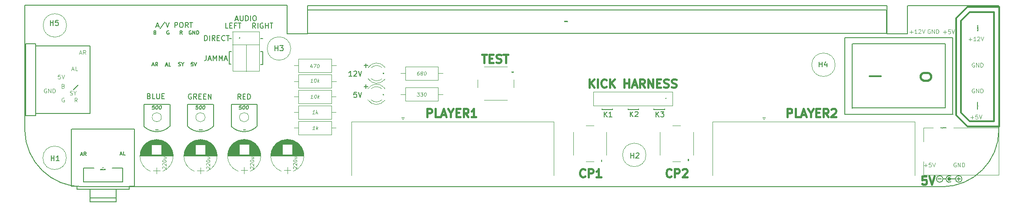
<source format=gto>
G04 #@! TF.FileFunction,Legend,Top*
%FSLAX46Y46*%
G04 Gerber Fmt 4.6, Leading zero omitted, Abs format (unit mm)*
G04 Created by KiCad (PCBNEW 4.0.7) date 05/21/21 15:04:17*
%MOMM*%
%LPD*%
G01*
G04 APERTURE LIST*
%ADD10C,0.100000*%
%ADD11C,0.150000*%
%ADD12C,0.400000*%
%ADD13C,0.200000*%
%ADD14C,0.300000*%
%ADD15C,0.120000*%
%ADD16C,0.031750*%
%ADD17C,0.375000*%
G04 APERTURE END LIST*
D10*
D11*
X75825000Y-101450000D02*
X76775000Y-100500000D01*
D10*
X242540477Y-89675000D02*
X242464286Y-89636905D01*
X242350001Y-89636905D01*
X242235715Y-89675000D01*
X242159524Y-89751190D01*
X242121429Y-89827381D01*
X242083334Y-89979762D01*
X242083334Y-90094048D01*
X242121429Y-90246429D01*
X242159524Y-90322619D01*
X242235715Y-90398810D01*
X242350001Y-90436905D01*
X242426191Y-90436905D01*
X242540477Y-90398810D01*
X242578572Y-90360714D01*
X242578572Y-90094048D01*
X242426191Y-90094048D01*
X242921429Y-90436905D02*
X242921429Y-89636905D01*
X243378572Y-90436905D01*
X243378572Y-89636905D01*
X243759524Y-90436905D02*
X243759524Y-89636905D01*
X243950000Y-89636905D01*
X244064286Y-89675000D01*
X244140477Y-89751190D01*
X244178572Y-89827381D01*
X244216667Y-89979762D01*
X244216667Y-90094048D01*
X244178572Y-90246429D01*
X244140477Y-90322619D01*
X244064286Y-90398810D01*
X243950000Y-90436905D01*
X243759524Y-90436905D01*
X238590476Y-90132143D02*
X239200000Y-90132143D01*
X238895238Y-90436905D02*
X238895238Y-89827381D01*
X240000000Y-90436905D02*
X239542857Y-90436905D01*
X239771428Y-90436905D02*
X239771428Y-89636905D01*
X239695238Y-89751190D01*
X239619047Y-89827381D01*
X239542857Y-89865476D01*
X240304762Y-89713095D02*
X240342857Y-89675000D01*
X240419048Y-89636905D01*
X240609524Y-89636905D01*
X240685714Y-89675000D01*
X240723810Y-89713095D01*
X240761905Y-89789286D01*
X240761905Y-89865476D01*
X240723810Y-89979762D01*
X240266667Y-90436905D01*
X240761905Y-90436905D01*
X240990476Y-89636905D02*
X241257143Y-90436905D01*
X241523810Y-89636905D01*
X245121429Y-90157143D02*
X245730953Y-90157143D01*
X245426191Y-90461905D02*
X245426191Y-89852381D01*
X246492858Y-89661905D02*
X246111905Y-89661905D01*
X246073810Y-90042857D01*
X246111905Y-90004762D01*
X246188096Y-89966667D01*
X246378572Y-89966667D01*
X246454762Y-90004762D01*
X246492858Y-90042857D01*
X246530953Y-90119048D01*
X246530953Y-90309524D01*
X246492858Y-90385714D01*
X246454762Y-90423810D01*
X246378572Y-90461905D01*
X246188096Y-90461905D01*
X246111905Y-90423810D01*
X246073810Y-90385714D01*
X246759524Y-89661905D02*
X247026191Y-90461905D01*
X247292858Y-89661905D01*
D11*
X84932000Y-114035667D02*
X85265334Y-114035667D01*
X84865334Y-114235667D02*
X85098667Y-113535667D01*
X85332000Y-114235667D01*
X85898667Y-114235667D02*
X85565334Y-114235667D01*
X85565334Y-113535667D01*
X77245333Y-114111667D02*
X77578667Y-114111667D01*
X77178667Y-114311667D02*
X77412000Y-113611667D01*
X77645333Y-114311667D01*
X78278667Y-114311667D02*
X78045333Y-113978333D01*
X77878667Y-114311667D02*
X77878667Y-113611667D01*
X78145333Y-113611667D01*
X78212000Y-113645000D01*
X78245333Y-113678333D01*
X78278667Y-113745000D01*
X78278667Y-113845000D01*
X78245333Y-113911667D01*
X78212000Y-113945000D01*
X78145333Y-113978333D01*
X77878667Y-113978333D01*
D12*
X176263952Y-100972810D02*
X176263952Y-99372810D01*
X177178238Y-100972810D02*
X176492524Y-100058524D01*
X177178238Y-99372810D02*
X176263952Y-100287095D01*
X177863952Y-100972810D02*
X177863952Y-99372810D01*
X179540143Y-100820429D02*
X179463953Y-100896619D01*
X179235381Y-100972810D01*
X179083000Y-100972810D01*
X178854429Y-100896619D01*
X178702048Y-100744238D01*
X178625857Y-100591857D01*
X178549667Y-100287095D01*
X178549667Y-100058524D01*
X178625857Y-99753762D01*
X178702048Y-99601381D01*
X178854429Y-99449000D01*
X179083000Y-99372810D01*
X179235381Y-99372810D01*
X179463953Y-99449000D01*
X179540143Y-99525190D01*
X180225857Y-100972810D02*
X180225857Y-99372810D01*
X181140143Y-100972810D02*
X180454429Y-100058524D01*
X181140143Y-99372810D02*
X180225857Y-100287095D01*
X183044905Y-100972810D02*
X183044905Y-99372810D01*
X183044905Y-100134714D02*
X183959191Y-100134714D01*
X183959191Y-100972810D02*
X183959191Y-99372810D01*
X184644905Y-100515667D02*
X185406810Y-100515667D01*
X184492524Y-100972810D02*
X185025857Y-99372810D01*
X185559191Y-100972810D01*
X187006810Y-100972810D02*
X186473477Y-100210905D01*
X186092524Y-100972810D02*
X186092524Y-99372810D01*
X186702048Y-99372810D01*
X186854429Y-99449000D01*
X186930620Y-99525190D01*
X187006810Y-99677571D01*
X187006810Y-99906143D01*
X186930620Y-100058524D01*
X186854429Y-100134714D01*
X186702048Y-100210905D01*
X186092524Y-100210905D01*
X187692524Y-100972810D02*
X187692524Y-99372810D01*
X188606810Y-100972810D01*
X188606810Y-99372810D01*
X189368714Y-100134714D02*
X189902048Y-100134714D01*
X190130619Y-100972810D02*
X189368714Y-100972810D01*
X189368714Y-99372810D01*
X190130619Y-99372810D01*
X190740143Y-100896619D02*
X190968714Y-100972810D01*
X191349667Y-100972810D01*
X191502048Y-100896619D01*
X191578238Y-100820429D01*
X191654429Y-100668048D01*
X191654429Y-100515667D01*
X191578238Y-100363286D01*
X191502048Y-100287095D01*
X191349667Y-100210905D01*
X191044905Y-100134714D01*
X190892524Y-100058524D01*
X190816333Y-99982333D01*
X190740143Y-99829952D01*
X190740143Y-99677571D01*
X190816333Y-99525190D01*
X190892524Y-99449000D01*
X191044905Y-99372810D01*
X191425857Y-99372810D01*
X191654429Y-99449000D01*
X192263953Y-100896619D02*
X192492524Y-100972810D01*
X192873477Y-100972810D01*
X193025858Y-100896619D01*
X193102048Y-100820429D01*
X193178239Y-100668048D01*
X193178239Y-100515667D01*
X193102048Y-100363286D01*
X193025858Y-100287095D01*
X192873477Y-100210905D01*
X192568715Y-100134714D01*
X192416334Y-100058524D01*
X192340143Y-99982333D01*
X192263953Y-99829952D01*
X192263953Y-99677571D01*
X192340143Y-99525190D01*
X192416334Y-99449000D01*
X192568715Y-99372810D01*
X192949667Y-99372810D01*
X193178239Y-99449000D01*
D13*
X189220905Y-106713381D02*
X189220905Y-105713381D01*
X189792334Y-106713381D02*
X189363762Y-106141952D01*
X189792334Y-105713381D02*
X189220905Y-106284810D01*
X190125667Y-105713381D02*
X190744715Y-105713381D01*
X190411381Y-106094333D01*
X190554239Y-106094333D01*
X190649477Y-106141952D01*
X190697096Y-106189571D01*
X190744715Y-106284810D01*
X190744715Y-106522905D01*
X190697096Y-106618143D01*
X190649477Y-106665762D01*
X190554239Y-106713381D01*
X190268524Y-106713381D01*
X190173286Y-106665762D01*
X190125667Y-106618143D01*
X184168905Y-106702381D02*
X184168905Y-105702381D01*
X184740334Y-106702381D02*
X184311762Y-106130952D01*
X184740334Y-105702381D02*
X184168905Y-106273810D01*
X185121286Y-105797619D02*
X185168905Y-105750000D01*
X185264143Y-105702381D01*
X185502239Y-105702381D01*
X185597477Y-105750000D01*
X185645096Y-105797619D01*
X185692715Y-105892857D01*
X185692715Y-105988095D01*
X185645096Y-106130952D01*
X185073667Y-106702381D01*
X185692715Y-106702381D01*
X179112905Y-106717381D02*
X179112905Y-105717381D01*
X179684334Y-106717381D02*
X179255762Y-106145952D01*
X179684334Y-105717381D02*
X179112905Y-106288810D01*
X180636715Y-106717381D02*
X180065286Y-106717381D01*
X180351000Y-106717381D02*
X180351000Y-105717381D01*
X180255762Y-105860238D01*
X180160524Y-105955476D01*
X180065286Y-106003095D01*
D11*
X178714000Y-105332000D02*
X178714000Y-105103000D01*
X183774000Y-105345000D02*
X183774000Y-105132000D01*
X188802000Y-105339000D02*
X190889000Y-105339000D01*
X190900000Y-105339000D02*
X190900000Y-105126000D01*
X180779000Y-105339000D02*
X180779000Y-105110000D01*
X185841000Y-105345000D02*
X185841000Y-105132000D01*
X188806000Y-105331000D02*
X188806000Y-105118000D01*
X183769000Y-105345000D02*
X185841000Y-105345000D01*
X178721000Y-105339000D02*
X180764000Y-105339000D01*
X96969667Y-90575667D02*
X96736333Y-90242333D01*
X96569667Y-90575667D02*
X96569667Y-89875667D01*
X96836333Y-89875667D01*
X96903000Y-89909000D01*
X96936333Y-89942333D01*
X96969667Y-90009000D01*
X96969667Y-90109000D01*
X96936333Y-90175667D01*
X96903000Y-90209000D01*
X96836333Y-90242333D01*
X96569667Y-90242333D01*
X96274000Y-96739333D02*
X96374000Y-96772667D01*
X96540667Y-96772667D01*
X96607334Y-96739333D01*
X96640667Y-96706000D01*
X96674000Y-96639333D01*
X96674000Y-96572667D01*
X96640667Y-96506000D01*
X96607334Y-96472667D01*
X96540667Y-96439333D01*
X96407334Y-96406000D01*
X96340667Y-96372667D01*
X96307334Y-96339333D01*
X96274000Y-96272667D01*
X96274000Y-96206000D01*
X96307334Y-96139333D01*
X96340667Y-96106000D01*
X96407334Y-96072667D01*
X96574000Y-96072667D01*
X96674000Y-96106000D01*
X97107334Y-96439333D02*
X97107334Y-96772667D01*
X96874001Y-96072667D02*
X97107334Y-96439333D01*
X97340667Y-96072667D01*
X91704000Y-90207000D02*
X91804000Y-90240333D01*
X91837333Y-90273667D01*
X91870667Y-90340333D01*
X91870667Y-90440333D01*
X91837333Y-90507000D01*
X91804000Y-90540333D01*
X91737333Y-90573667D01*
X91470667Y-90573667D01*
X91470667Y-89873667D01*
X91704000Y-89873667D01*
X91770667Y-89907000D01*
X91804000Y-89940333D01*
X91837333Y-90007000D01*
X91837333Y-90073667D01*
X91804000Y-90140333D01*
X91770667Y-90173667D01*
X91704000Y-90207000D01*
X91470667Y-90207000D01*
X91180333Y-96595667D02*
X91513667Y-96595667D01*
X91113667Y-96795667D02*
X91347000Y-96095667D01*
X91580333Y-96795667D01*
X92213667Y-96795667D02*
X91980333Y-96462333D01*
X91813667Y-96795667D02*
X91813667Y-96095667D01*
X92080333Y-96095667D01*
X92147000Y-96129000D01*
X92180333Y-96162333D01*
X92213667Y-96229000D01*
X92213667Y-96329000D01*
X92180333Y-96395667D01*
X92147000Y-96429000D01*
X92080333Y-96462333D01*
X91813667Y-96462333D01*
X93789000Y-96608667D02*
X94122334Y-96608667D01*
X93722334Y-96808667D02*
X93955667Y-96108667D01*
X94189000Y-96808667D01*
X94755667Y-96808667D02*
X94422334Y-96808667D01*
X94422334Y-96108667D01*
X99079667Y-96095667D02*
X98746334Y-96095667D01*
X98713000Y-96429000D01*
X98746334Y-96395667D01*
X98813000Y-96362333D01*
X98979667Y-96362333D01*
X99046334Y-96395667D01*
X99079667Y-96429000D01*
X99113000Y-96495667D01*
X99113000Y-96662333D01*
X99079667Y-96729000D01*
X99046334Y-96762333D01*
X98979667Y-96795667D01*
X98813000Y-96795667D01*
X98746334Y-96762333D01*
X98713000Y-96729000D01*
X99313001Y-96095667D02*
X99546334Y-96795667D01*
X99779667Y-96095667D01*
X98714667Y-89919000D02*
X98648001Y-89885667D01*
X98548001Y-89885667D01*
X98448001Y-89919000D01*
X98381334Y-89985667D01*
X98348001Y-90052333D01*
X98314667Y-90185667D01*
X98314667Y-90285667D01*
X98348001Y-90419000D01*
X98381334Y-90485667D01*
X98448001Y-90552333D01*
X98548001Y-90585667D01*
X98614667Y-90585667D01*
X98714667Y-90552333D01*
X98748001Y-90519000D01*
X98748001Y-90285667D01*
X98614667Y-90285667D01*
X99048001Y-90585667D02*
X99048001Y-89885667D01*
X99448001Y-90585667D01*
X99448001Y-89885667D01*
X99781334Y-90585667D02*
X99781334Y-89885667D01*
X99948000Y-89885667D01*
X100048000Y-89919000D01*
X100114667Y-89985667D01*
X100148000Y-90052333D01*
X100181334Y-90185667D01*
X100181334Y-90285667D01*
X100148000Y-90419000D01*
X100114667Y-90485667D01*
X100048000Y-90552333D01*
X99948000Y-90585667D01*
X99781334Y-90585667D01*
X94390333Y-89919000D02*
X94323667Y-89885667D01*
X94223667Y-89885667D01*
X94123667Y-89919000D01*
X94057000Y-89985667D01*
X94023667Y-90052333D01*
X93990333Y-90185667D01*
X93990333Y-90285667D01*
X94023667Y-90419000D01*
X94057000Y-90485667D01*
X94123667Y-90552333D01*
X94223667Y-90585667D01*
X94290333Y-90585667D01*
X94390333Y-90552333D01*
X94423667Y-90519000D01*
X94423667Y-90285667D01*
X94290333Y-90285667D01*
D13*
X91963809Y-88977667D02*
X92440000Y-88977667D01*
X91868571Y-89263381D02*
X92201904Y-88263381D01*
X92535238Y-89263381D01*
X93582857Y-88215762D02*
X92725714Y-89501476D01*
X93773333Y-88263381D02*
X94106666Y-89263381D01*
X94440000Y-88263381D01*
X95535238Y-89263381D02*
X95535238Y-88263381D01*
X95916191Y-88263381D01*
X96011429Y-88311000D01*
X96059048Y-88358619D01*
X96106667Y-88453857D01*
X96106667Y-88596714D01*
X96059048Y-88691952D01*
X96011429Y-88739571D01*
X95916191Y-88787190D01*
X95535238Y-88787190D01*
X96725714Y-88263381D02*
X96916191Y-88263381D01*
X97011429Y-88311000D01*
X97106667Y-88406238D01*
X97154286Y-88596714D01*
X97154286Y-88930048D01*
X97106667Y-89120524D01*
X97011429Y-89215762D01*
X96916191Y-89263381D01*
X96725714Y-89263381D01*
X96630476Y-89215762D01*
X96535238Y-89120524D01*
X96487619Y-88930048D01*
X96487619Y-88596714D01*
X96535238Y-88406238D01*
X96630476Y-88311000D01*
X96725714Y-88263381D01*
X98154286Y-89263381D02*
X97820952Y-88787190D01*
X97582857Y-89263381D02*
X97582857Y-88263381D01*
X97963810Y-88263381D01*
X98059048Y-88311000D01*
X98106667Y-88358619D01*
X98154286Y-88453857D01*
X98154286Y-88596714D01*
X98106667Y-88691952D01*
X98059048Y-88739571D01*
X97963810Y-88787190D01*
X97582857Y-88787190D01*
X98440000Y-88263381D02*
X99011429Y-88263381D01*
X98725714Y-89263381D02*
X98725714Y-88263381D01*
D11*
X112634000Y-91394000D02*
X112234000Y-91394000D01*
X106553000Y-91383000D02*
X106153000Y-91383000D01*
D13*
X101328667Y-91816381D02*
X101328667Y-90816381D01*
X101566762Y-90816381D01*
X101709620Y-90864000D01*
X101804858Y-90959238D01*
X101852477Y-91054476D01*
X101900096Y-91244952D01*
X101900096Y-91387810D01*
X101852477Y-91578286D01*
X101804858Y-91673524D01*
X101709620Y-91768762D01*
X101566762Y-91816381D01*
X101328667Y-91816381D01*
X102328667Y-91816381D02*
X102328667Y-90816381D01*
X103376286Y-91816381D02*
X103042952Y-91340190D01*
X102804857Y-91816381D02*
X102804857Y-90816381D01*
X103185810Y-90816381D01*
X103281048Y-90864000D01*
X103328667Y-90911619D01*
X103376286Y-91006857D01*
X103376286Y-91149714D01*
X103328667Y-91244952D01*
X103281048Y-91292571D01*
X103185810Y-91340190D01*
X102804857Y-91340190D01*
X103804857Y-91292571D02*
X104138191Y-91292571D01*
X104281048Y-91816381D02*
X103804857Y-91816381D01*
X103804857Y-90816381D01*
X104281048Y-90816381D01*
X105281048Y-91721143D02*
X105233429Y-91768762D01*
X105090572Y-91816381D01*
X104995334Y-91816381D01*
X104852476Y-91768762D01*
X104757238Y-91673524D01*
X104709619Y-91578286D01*
X104662000Y-91387810D01*
X104662000Y-91244952D01*
X104709619Y-91054476D01*
X104757238Y-90959238D01*
X104852476Y-90864000D01*
X104995334Y-90816381D01*
X105090572Y-90816381D01*
X105233429Y-90864000D01*
X105281048Y-90911619D01*
X105566762Y-90816381D02*
X106138191Y-90816381D01*
X105852476Y-91816381D02*
X105852476Y-90816381D01*
D11*
X112635000Y-93979000D02*
X112235000Y-93979000D01*
X112642000Y-93986000D02*
X112642000Y-96466000D01*
X112258000Y-96467000D02*
X112635000Y-96467000D01*
X106142000Y-96435000D02*
X106519000Y-96435000D01*
X106142000Y-93955000D02*
X106142000Y-96435000D01*
X106542000Y-93955000D02*
X106142000Y-93955000D01*
D10*
X251157477Y-96217000D02*
X251081286Y-96178905D01*
X250967001Y-96178905D01*
X250852715Y-96217000D01*
X250776524Y-96293190D01*
X250738429Y-96369381D01*
X250700334Y-96521762D01*
X250700334Y-96636048D01*
X250738429Y-96788429D01*
X250776524Y-96864619D01*
X250852715Y-96940810D01*
X250967001Y-96978905D01*
X251043191Y-96978905D01*
X251157477Y-96940810D01*
X251195572Y-96902714D01*
X251195572Y-96636048D01*
X251043191Y-96636048D01*
X251538429Y-96978905D02*
X251538429Y-96178905D01*
X251995572Y-96978905D01*
X251995572Y-96178905D01*
X252376524Y-96978905D02*
X252376524Y-96178905D01*
X252567000Y-96178905D01*
X252681286Y-96217000D01*
X252757477Y-96293190D01*
X252795572Y-96369381D01*
X252833667Y-96521762D01*
X252833667Y-96636048D01*
X252795572Y-96788429D01*
X252757477Y-96864619D01*
X252681286Y-96940810D01*
X252567000Y-96978905D01*
X252376524Y-96978905D01*
D11*
X244827000Y-120403000D02*
X77789000Y-120403000D01*
X255937000Y-84980000D02*
X255937000Y-109124000D01*
X238205000Y-84963000D02*
X255937000Y-84963000D01*
X238174000Y-90527000D02*
X238174000Y-84957000D01*
X244851000Y-120412000D02*
G75*
G03X255943000Y-109264000I-28000J11120000D01*
G01*
X66349000Y-109342000D02*
G75*
G03X77749000Y-120406000I11232000J168000D01*
G01*
D13*
X108395143Y-103258381D02*
X108061809Y-102782190D01*
X107823714Y-103258381D02*
X107823714Y-102258381D01*
X108204667Y-102258381D01*
X108299905Y-102306000D01*
X108347524Y-102353619D01*
X108395143Y-102448857D01*
X108395143Y-102591714D01*
X108347524Y-102686952D01*
X108299905Y-102734571D01*
X108204667Y-102782190D01*
X107823714Y-102782190D01*
X108823714Y-102734571D02*
X109157048Y-102734571D01*
X109299905Y-103258381D02*
X108823714Y-103258381D01*
X108823714Y-102258381D01*
X109299905Y-102258381D01*
X109728476Y-103258381D02*
X109728476Y-102258381D01*
X109966571Y-102258381D01*
X110109429Y-102306000D01*
X110204667Y-102401238D01*
X110252286Y-102496476D01*
X110299905Y-102686952D01*
X110299905Y-102829810D01*
X110252286Y-103020286D01*
X110204667Y-103115524D01*
X110109429Y-103210762D01*
X109966571Y-103258381D01*
X109728476Y-103258381D01*
X98761334Y-102290000D02*
X98666096Y-102242381D01*
X98523239Y-102242381D01*
X98380381Y-102290000D01*
X98285143Y-102385238D01*
X98237524Y-102480476D01*
X98189905Y-102670952D01*
X98189905Y-102813810D01*
X98237524Y-103004286D01*
X98285143Y-103099524D01*
X98380381Y-103194762D01*
X98523239Y-103242381D01*
X98618477Y-103242381D01*
X98761334Y-103194762D01*
X98808953Y-103147143D01*
X98808953Y-102813810D01*
X98618477Y-102813810D01*
X99808953Y-103242381D02*
X99475619Y-102766190D01*
X99237524Y-103242381D02*
X99237524Y-102242381D01*
X99618477Y-102242381D01*
X99713715Y-102290000D01*
X99761334Y-102337619D01*
X99808953Y-102432857D01*
X99808953Y-102575714D01*
X99761334Y-102670952D01*
X99713715Y-102718571D01*
X99618477Y-102766190D01*
X99237524Y-102766190D01*
X100237524Y-102718571D02*
X100570858Y-102718571D01*
X100713715Y-103242381D02*
X100237524Y-103242381D01*
X100237524Y-102242381D01*
X100713715Y-102242381D01*
X101142286Y-102718571D02*
X101475620Y-102718571D01*
X101618477Y-103242381D02*
X101142286Y-103242381D01*
X101142286Y-102242381D01*
X101618477Y-102242381D01*
X102047048Y-103242381D02*
X102047048Y-102242381D01*
X102618477Y-103242381D01*
X102618477Y-102242381D01*
X90537477Y-102688571D02*
X90680334Y-102736190D01*
X90727953Y-102783810D01*
X90775572Y-102879048D01*
X90775572Y-103021905D01*
X90727953Y-103117143D01*
X90680334Y-103164762D01*
X90585096Y-103212381D01*
X90204143Y-103212381D01*
X90204143Y-102212381D01*
X90537477Y-102212381D01*
X90632715Y-102260000D01*
X90680334Y-102307619D01*
X90727953Y-102402857D01*
X90727953Y-102498095D01*
X90680334Y-102593333D01*
X90632715Y-102640952D01*
X90537477Y-102688571D01*
X90204143Y-102688571D01*
X91680334Y-103212381D02*
X91204143Y-103212381D01*
X91204143Y-102212381D01*
X92013667Y-102212381D02*
X92013667Y-103021905D01*
X92061286Y-103117143D01*
X92108905Y-103164762D01*
X92204143Y-103212381D01*
X92394620Y-103212381D01*
X92489858Y-103164762D01*
X92537477Y-103117143D01*
X92585096Y-103021905D01*
X92585096Y-102212381D01*
X93061286Y-102688571D02*
X93394620Y-102688571D01*
X93537477Y-103212381D02*
X93061286Y-103212381D01*
X93061286Y-102212381D01*
X93537477Y-102212381D01*
D11*
X66349000Y-84935000D02*
X66349000Y-109258000D01*
X234151000Y-90527000D02*
X234151000Y-84957000D01*
X121369000Y-84970000D02*
X121369000Y-90500000D01*
X117402000Y-84931000D02*
X117402000Y-90497000D01*
X117398000Y-84931000D02*
X66355000Y-84931000D01*
D12*
X155333619Y-94525810D02*
X156247905Y-94525810D01*
X155790762Y-96125810D02*
X155790762Y-94525810D01*
X156781238Y-95287714D02*
X157314572Y-95287714D01*
X157543143Y-96125810D02*
X156781238Y-96125810D01*
X156781238Y-94525810D01*
X157543143Y-94525810D01*
X158152667Y-96049619D02*
X158381238Y-96125810D01*
X158762191Y-96125810D01*
X158914572Y-96049619D01*
X158990762Y-95973429D01*
X159066953Y-95821048D01*
X159066953Y-95668667D01*
X158990762Y-95516286D01*
X158914572Y-95440095D01*
X158762191Y-95363905D01*
X158457429Y-95287714D01*
X158305048Y-95211524D01*
X158228857Y-95135333D01*
X158152667Y-94982952D01*
X158152667Y-94830571D01*
X158228857Y-94678190D01*
X158305048Y-94602000D01*
X158457429Y-94525810D01*
X158838381Y-94525810D01*
X159066953Y-94602000D01*
X159524096Y-94525810D02*
X160438382Y-94525810D01*
X159981239Y-96125810D02*
X159981239Y-94525810D01*
D11*
X238164000Y-90525000D02*
X234144000Y-90525000D01*
D10*
X241363429Y-116216143D02*
X241972953Y-116216143D01*
X241668191Y-116520905D02*
X241668191Y-115911381D01*
X242734858Y-115720905D02*
X242353905Y-115720905D01*
X242315810Y-116101857D01*
X242353905Y-116063762D01*
X242430096Y-116025667D01*
X242620572Y-116025667D01*
X242696762Y-116063762D01*
X242734858Y-116101857D01*
X242772953Y-116178048D01*
X242772953Y-116368524D01*
X242734858Y-116444714D01*
X242696762Y-116482810D01*
X242620572Y-116520905D01*
X242430096Y-116520905D01*
X242353905Y-116482810D01*
X242315810Y-116444714D01*
X243001524Y-115720905D02*
X243268191Y-116520905D01*
X243534858Y-115720905D01*
X250050476Y-91573143D02*
X250660000Y-91573143D01*
X250355238Y-91877905D02*
X250355238Y-91268381D01*
X251460000Y-91877905D02*
X251002857Y-91877905D01*
X251231428Y-91877905D02*
X251231428Y-91077905D01*
X251155238Y-91192190D01*
X251079047Y-91268381D01*
X251002857Y-91306476D01*
X251764762Y-91154095D02*
X251802857Y-91116000D01*
X251879048Y-91077905D01*
X252069524Y-91077905D01*
X252145714Y-91116000D01*
X252183810Y-91154095D01*
X252221905Y-91230286D01*
X252221905Y-91306476D01*
X252183810Y-91420762D01*
X251726667Y-91877905D01*
X252221905Y-91877905D01*
X252450476Y-91077905D02*
X252717143Y-91877905D01*
X252983810Y-91077905D01*
X251155477Y-101261000D02*
X251079286Y-101222905D01*
X250965001Y-101222905D01*
X250850715Y-101261000D01*
X250774524Y-101337190D01*
X250736429Y-101413381D01*
X250698334Y-101565762D01*
X250698334Y-101680048D01*
X250736429Y-101832429D01*
X250774524Y-101908619D01*
X250850715Y-101984810D01*
X250965001Y-102022905D01*
X251041191Y-102022905D01*
X251155477Y-101984810D01*
X251193572Y-101946714D01*
X251193572Y-101680048D01*
X251041191Y-101680048D01*
X251536429Y-102022905D02*
X251536429Y-101222905D01*
X251993572Y-102022905D01*
X251993572Y-101222905D01*
X252374524Y-102022905D02*
X252374524Y-101222905D01*
X252565000Y-101222905D01*
X252679286Y-101261000D01*
X252755477Y-101337190D01*
X252793572Y-101413381D01*
X252831667Y-101565762D01*
X252831667Y-101680048D01*
X252793572Y-101832429D01*
X252755477Y-101908619D01*
X252679286Y-101984810D01*
X252565000Y-102022905D01*
X252374524Y-102022905D01*
X250431429Y-106839143D02*
X251040953Y-106839143D01*
X250736191Y-107143905D02*
X250736191Y-106534381D01*
X251802858Y-106343905D02*
X251421905Y-106343905D01*
X251383810Y-106724857D01*
X251421905Y-106686762D01*
X251498096Y-106648667D01*
X251688572Y-106648667D01*
X251764762Y-106686762D01*
X251802858Y-106724857D01*
X251840953Y-106801048D01*
X251840953Y-106991524D01*
X251802858Y-107067714D01*
X251764762Y-107105810D01*
X251688572Y-107143905D01*
X251498096Y-107143905D01*
X251421905Y-107105810D01*
X251383810Y-107067714D01*
X252069524Y-106343905D02*
X252336191Y-107143905D01*
X252602858Y-106343905D01*
D11*
X121369000Y-84960000D02*
X234149000Y-84960000D01*
X117399000Y-90500000D02*
X121369000Y-90500000D01*
D10*
X247589477Y-115744000D02*
X247513286Y-115705905D01*
X247399001Y-115705905D01*
X247284715Y-115744000D01*
X247208524Y-115820190D01*
X247170429Y-115896381D01*
X247132334Y-116048762D01*
X247132334Y-116163048D01*
X247170429Y-116315429D01*
X247208524Y-116391619D01*
X247284715Y-116467810D01*
X247399001Y-116505905D01*
X247475191Y-116505905D01*
X247589477Y-116467810D01*
X247627572Y-116429714D01*
X247627572Y-116163048D01*
X247475191Y-116163048D01*
X247970429Y-116505905D02*
X247970429Y-115705905D01*
X248427572Y-116505905D01*
X248427572Y-115705905D01*
X248808524Y-116505905D02*
X248808524Y-115705905D01*
X248999000Y-115705905D01*
X249113286Y-115744000D01*
X249189477Y-115820190D01*
X249227572Y-115896381D01*
X249265667Y-116048762D01*
X249265667Y-116163048D01*
X249227572Y-116315429D01*
X249189477Y-116391619D01*
X249113286Y-116467810D01*
X248999000Y-116505905D01*
X248808524Y-116505905D01*
X76543619Y-103822905D02*
X76276952Y-103441952D01*
X76086476Y-103822905D02*
X76086476Y-103022905D01*
X76391238Y-103022905D01*
X76467429Y-103061000D01*
X76505524Y-103099095D01*
X76543619Y-103175286D01*
X76543619Y-103289571D01*
X76505524Y-103365762D01*
X76467429Y-103403857D01*
X76391238Y-103441952D01*
X76086476Y-103441952D01*
X76992524Y-94284333D02*
X77373476Y-94284333D01*
X76916333Y-94512905D02*
X77183000Y-93712905D01*
X77449667Y-94512905D01*
X78173476Y-94512905D02*
X77906809Y-94131952D01*
X77716333Y-94512905D02*
X77716333Y-93712905D01*
X78021095Y-93712905D01*
X78097286Y-93751000D01*
X78135381Y-93789095D01*
X78173476Y-93865286D01*
X78173476Y-93979571D01*
X78135381Y-94055762D01*
X78097286Y-94093857D01*
X78021095Y-94131952D01*
X77716333Y-94131952D01*
X73243620Y-98493905D02*
X72862667Y-98493905D01*
X72824572Y-98874857D01*
X72862667Y-98836762D01*
X72938858Y-98798667D01*
X73129334Y-98798667D01*
X73205524Y-98836762D01*
X73243620Y-98874857D01*
X73281715Y-98951048D01*
X73281715Y-99141524D01*
X73243620Y-99217714D01*
X73205524Y-99255810D01*
X73129334Y-99293905D01*
X72938858Y-99293905D01*
X72862667Y-99255810D01*
X72824572Y-99217714D01*
X73510286Y-98493905D02*
X73776953Y-99293905D01*
X74043620Y-98493905D01*
X73821143Y-100730857D02*
X73935429Y-100768952D01*
X73973524Y-100807048D01*
X74011619Y-100883238D01*
X74011619Y-100997524D01*
X73973524Y-101073714D01*
X73935429Y-101111810D01*
X73859238Y-101149905D01*
X73554476Y-101149905D01*
X73554476Y-100349905D01*
X73821143Y-100349905D01*
X73897333Y-100388000D01*
X73935429Y-100426095D01*
X73973524Y-100502286D01*
X73973524Y-100578476D01*
X73935429Y-100654667D01*
X73897333Y-100692762D01*
X73821143Y-100730857D01*
X73554476Y-100730857D01*
X70572477Y-101266000D02*
X70496286Y-101227905D01*
X70382001Y-101227905D01*
X70267715Y-101266000D01*
X70191524Y-101342190D01*
X70153429Y-101418381D01*
X70115334Y-101570762D01*
X70115334Y-101685048D01*
X70153429Y-101837429D01*
X70191524Y-101913619D01*
X70267715Y-101989810D01*
X70382001Y-102027905D01*
X70458191Y-102027905D01*
X70572477Y-101989810D01*
X70610572Y-101951714D01*
X70610572Y-101685048D01*
X70458191Y-101685048D01*
X70953429Y-102027905D02*
X70953429Y-101227905D01*
X71410572Y-102027905D01*
X71410572Y-101227905D01*
X71791524Y-102027905D02*
X71791524Y-101227905D01*
X71982000Y-101227905D01*
X72096286Y-101266000D01*
X72172477Y-101342190D01*
X72210572Y-101418381D01*
X72248667Y-101570762D01*
X72248667Y-101685048D01*
X72210572Y-101837429D01*
X72172477Y-101913619D01*
X72096286Y-101989810D01*
X71982000Y-102027905D01*
X71791524Y-102027905D01*
X75503715Y-97471333D02*
X75884667Y-97471333D01*
X75427524Y-97699905D02*
X75694191Y-96899905D01*
X75960858Y-97699905D01*
X76608477Y-97699905D02*
X76227524Y-97699905D01*
X76227524Y-96899905D01*
X73991524Y-103062000D02*
X73915333Y-103023905D01*
X73801048Y-103023905D01*
X73686762Y-103062000D01*
X73610571Y-103138190D01*
X73572476Y-103214381D01*
X73534381Y-103366762D01*
X73534381Y-103481048D01*
X73572476Y-103633429D01*
X73610571Y-103709619D01*
X73686762Y-103785810D01*
X73801048Y-103823905D01*
X73877238Y-103823905D01*
X73991524Y-103785810D01*
X74029619Y-103747714D01*
X74029619Y-103481048D01*
X73877238Y-103481048D01*
X75163572Y-102421810D02*
X75277858Y-102459905D01*
X75468334Y-102459905D01*
X75544524Y-102421810D01*
X75582620Y-102383714D01*
X75620715Y-102307524D01*
X75620715Y-102231333D01*
X75582620Y-102155143D01*
X75544524Y-102117048D01*
X75468334Y-102078952D01*
X75315953Y-102040857D01*
X75239762Y-102002762D01*
X75201667Y-101964667D01*
X75163572Y-101888476D01*
X75163572Y-101812286D01*
X75201667Y-101736095D01*
X75239762Y-101698000D01*
X75315953Y-101659905D01*
X75506429Y-101659905D01*
X75620715Y-101698000D01*
X76115953Y-102078952D02*
X76115953Y-102459905D01*
X75849286Y-101659905D02*
X76115953Y-102078952D01*
X76382620Y-101659905D01*
D13*
X130923524Y-101920381D02*
X130447333Y-101920381D01*
X130399714Y-102396571D01*
X130447333Y-102348952D01*
X130542571Y-102301333D01*
X130780667Y-102301333D01*
X130875905Y-102348952D01*
X130923524Y-102396571D01*
X130971143Y-102491810D01*
X130971143Y-102729905D01*
X130923524Y-102825143D01*
X130875905Y-102872762D01*
X130780667Y-102920381D01*
X130542571Y-102920381D01*
X130447333Y-102872762D01*
X130399714Y-102825143D01*
X131256857Y-101920381D02*
X131590190Y-102920381D01*
X131923524Y-101920381D01*
X130019953Y-98785381D02*
X129448524Y-98785381D01*
X129734238Y-98785381D02*
X129734238Y-97785381D01*
X129639000Y-97928238D01*
X129543762Y-98023476D01*
X129448524Y-98071095D01*
X130400905Y-97880619D02*
X130448524Y-97833000D01*
X130543762Y-97785381D01*
X130781858Y-97785381D01*
X130877096Y-97833000D01*
X130924715Y-97880619D01*
X130972334Y-97975857D01*
X130972334Y-98071095D01*
X130924715Y-98213952D01*
X130353286Y-98785381D01*
X130972334Y-98785381D01*
X131258048Y-97785381D02*
X131591381Y-98785381D01*
X131924715Y-97785381D01*
X133120952Y-96702571D02*
X132359047Y-96702571D01*
X132739999Y-96321619D02*
X132739999Y-97083524D01*
X133136952Y-100817571D02*
X132375047Y-100817571D01*
X132755999Y-100436619D02*
X132755999Y-101198524D01*
D12*
X241820238Y-118373810D02*
X241058333Y-118373810D01*
X240982143Y-119135714D01*
X241058333Y-119059524D01*
X241210714Y-118983333D01*
X241591667Y-118983333D01*
X241744048Y-119059524D01*
X241820238Y-119135714D01*
X241896429Y-119288095D01*
X241896429Y-119669048D01*
X241820238Y-119821429D01*
X241744048Y-119897619D01*
X241591667Y-119973810D01*
X241210714Y-119973810D01*
X241058333Y-119897619D01*
X240982143Y-119821429D01*
X242353572Y-118373810D02*
X242886905Y-119973810D01*
X243420239Y-118373810D01*
X192197333Y-118366429D02*
X192121143Y-118442619D01*
X191892571Y-118518810D01*
X191740190Y-118518810D01*
X191511619Y-118442619D01*
X191359238Y-118290238D01*
X191283047Y-118137857D01*
X191206857Y-117833095D01*
X191206857Y-117604524D01*
X191283047Y-117299762D01*
X191359238Y-117147381D01*
X191511619Y-116995000D01*
X191740190Y-116918810D01*
X191892571Y-116918810D01*
X192121143Y-116995000D01*
X192197333Y-117071190D01*
X192883047Y-118518810D02*
X192883047Y-116918810D01*
X193492571Y-116918810D01*
X193644952Y-116995000D01*
X193721143Y-117071190D01*
X193797333Y-117223571D01*
X193797333Y-117452143D01*
X193721143Y-117604524D01*
X193644952Y-117680714D01*
X193492571Y-117756905D01*
X192883047Y-117756905D01*
X194406857Y-117071190D02*
X194483047Y-116995000D01*
X194635428Y-116918810D01*
X195016381Y-116918810D01*
X195168762Y-116995000D01*
X195244952Y-117071190D01*
X195321143Y-117223571D01*
X195321143Y-117375952D01*
X195244952Y-117604524D01*
X194330666Y-118518810D01*
X195321143Y-118518810D01*
X175392333Y-118366429D02*
X175316143Y-118442619D01*
X175087571Y-118518810D01*
X174935190Y-118518810D01*
X174706619Y-118442619D01*
X174554238Y-118290238D01*
X174478047Y-118137857D01*
X174401857Y-117833095D01*
X174401857Y-117604524D01*
X174478047Y-117299762D01*
X174554238Y-117147381D01*
X174706619Y-116995000D01*
X174935190Y-116918810D01*
X175087571Y-116918810D01*
X175316143Y-116995000D01*
X175392333Y-117071190D01*
X176078047Y-118518810D02*
X176078047Y-116918810D01*
X176687571Y-116918810D01*
X176839952Y-116995000D01*
X176916143Y-117071190D01*
X176992333Y-117223571D01*
X176992333Y-117452143D01*
X176916143Y-117604524D01*
X176839952Y-117680714D01*
X176687571Y-117756905D01*
X176078047Y-117756905D01*
X178516143Y-118518810D02*
X177601857Y-118518810D01*
X178059000Y-118518810D02*
X178059000Y-116918810D01*
X177906619Y-117147381D01*
X177754238Y-117299762D01*
X177601857Y-117375952D01*
D13*
X107361191Y-87659667D02*
X107837382Y-87659667D01*
X107265953Y-87945381D02*
X107599286Y-86945381D01*
X107932620Y-87945381D01*
X108265953Y-86945381D02*
X108265953Y-87754905D01*
X108313572Y-87850143D01*
X108361191Y-87897762D01*
X108456429Y-87945381D01*
X108646906Y-87945381D01*
X108742144Y-87897762D01*
X108789763Y-87850143D01*
X108837382Y-87754905D01*
X108837382Y-86945381D01*
X109313572Y-87945381D02*
X109313572Y-86945381D01*
X109551667Y-86945381D01*
X109694525Y-86993000D01*
X109789763Y-87088238D01*
X109837382Y-87183476D01*
X109885001Y-87373952D01*
X109885001Y-87516810D01*
X109837382Y-87707286D01*
X109789763Y-87802524D01*
X109694525Y-87897762D01*
X109551667Y-87945381D01*
X109313572Y-87945381D01*
X110313572Y-87945381D02*
X110313572Y-86945381D01*
X110980238Y-86945381D02*
X111170715Y-86945381D01*
X111265953Y-86993000D01*
X111361191Y-87088238D01*
X111408810Y-87278714D01*
X111408810Y-87612048D01*
X111361191Y-87802524D01*
X111265953Y-87897762D01*
X111170715Y-87945381D01*
X110980238Y-87945381D01*
X110885000Y-87897762D01*
X110789762Y-87802524D01*
X110742143Y-87612048D01*
X110742143Y-87278714D01*
X110789762Y-87088238D01*
X110885000Y-86993000D01*
X110980238Y-86945381D01*
X105922619Y-89402381D02*
X105446428Y-89402381D01*
X105446428Y-88402381D01*
X106255952Y-88878571D02*
X106589286Y-88878571D01*
X106732143Y-89402381D02*
X106255952Y-89402381D01*
X106255952Y-88402381D01*
X106732143Y-88402381D01*
X107494048Y-88878571D02*
X107160714Y-88878571D01*
X107160714Y-89402381D02*
X107160714Y-88402381D01*
X107636905Y-88402381D01*
X107875000Y-88402381D02*
X108446429Y-88402381D01*
X108160714Y-89402381D02*
X108160714Y-88402381D01*
X111266667Y-89402381D02*
X110933333Y-88926190D01*
X110695238Y-89402381D02*
X110695238Y-88402381D01*
X111076191Y-88402381D01*
X111171429Y-88450000D01*
X111219048Y-88497619D01*
X111266667Y-88592857D01*
X111266667Y-88735714D01*
X111219048Y-88830952D01*
X111171429Y-88878571D01*
X111076191Y-88926190D01*
X110695238Y-88926190D01*
X111695238Y-89402381D02*
X111695238Y-88402381D01*
X112695238Y-88450000D02*
X112600000Y-88402381D01*
X112457143Y-88402381D01*
X112314285Y-88450000D01*
X112219047Y-88545238D01*
X112171428Y-88640476D01*
X112123809Y-88830952D01*
X112123809Y-88973810D01*
X112171428Y-89164286D01*
X112219047Y-89259524D01*
X112314285Y-89354762D01*
X112457143Y-89402381D01*
X112552381Y-89402381D01*
X112695238Y-89354762D01*
X112742857Y-89307143D01*
X112742857Y-88973810D01*
X112552381Y-88973810D01*
X113171428Y-89402381D02*
X113171428Y-88402381D01*
X113171428Y-88878571D02*
X113742857Y-88878571D01*
X113742857Y-89402381D02*
X113742857Y-88402381D01*
X114076190Y-88402381D02*
X114647619Y-88402381D01*
X114361904Y-89402381D02*
X114361904Y-88402381D01*
X101690858Y-94717381D02*
X101690858Y-95431667D01*
X101643238Y-95574524D01*
X101548000Y-95669762D01*
X101405143Y-95717381D01*
X101309905Y-95717381D01*
X102119429Y-95431667D02*
X102595620Y-95431667D01*
X102024191Y-95717381D02*
X102357524Y-94717381D01*
X102690858Y-95717381D01*
X103024191Y-95717381D02*
X103024191Y-94717381D01*
X103357525Y-95431667D01*
X103690858Y-94717381D01*
X103690858Y-95717381D01*
X104167048Y-95717381D02*
X104167048Y-94717381D01*
X104500382Y-95431667D01*
X104833715Y-94717381D01*
X104833715Y-95717381D01*
X105262286Y-95431667D02*
X105738477Y-95431667D01*
X105167048Y-95717381D02*
X105500381Y-94717381D01*
X105833715Y-95717381D01*
D11*
X75447000Y-120300000D02*
X75447000Y-109080000D01*
X85417000Y-119430000D02*
X85417000Y-116700000D01*
X77787000Y-119440000D02*
X77787000Y-116710000D01*
X87657000Y-109100000D02*
X87657000Y-120260000D01*
X76477000Y-120920000D02*
X76477000Y-120290000D01*
X84107000Y-123320000D02*
X84107000Y-120940000D01*
X79017000Y-123320000D02*
X79017000Y-120940000D01*
X86637000Y-120900000D02*
X86637000Y-120260000D01*
X83345000Y-116714000D02*
X85377000Y-116714000D01*
X85417000Y-119430000D02*
X77797000Y-119430000D01*
X77757000Y-116714000D02*
X79789000Y-116714000D01*
X86637000Y-120256000D02*
X87653000Y-120256000D01*
X75461000Y-120296000D02*
X76477000Y-120296000D01*
X84107000Y-122556000D02*
X79027000Y-122556000D01*
X86637000Y-120924000D02*
X76477000Y-120924000D01*
X84107000Y-123318000D02*
X79027000Y-123318000D01*
X75471000Y-109094000D02*
X87663000Y-109094000D01*
D14*
X248584000Y-105932000D02*
X250284000Y-107632000D01*
X248584000Y-87932000D02*
X250284000Y-86232000D01*
X248584000Y-87932000D02*
X248584000Y-105932000D01*
X254984000Y-86232000D02*
X254984000Y-107632000D01*
X247584000Y-106432000D02*
X249784000Y-108632000D01*
X247584000Y-87432000D02*
X249784000Y-85232000D01*
X247584000Y-87432000D02*
X247584000Y-106432000D01*
X254984000Y-107632000D02*
X250284000Y-107632000D01*
X254984000Y-86232000D02*
X250284000Y-86232000D01*
X255984000Y-85232000D02*
X255984000Y-108632000D01*
X255984000Y-85232000D02*
X249784000Y-85232000D01*
X255984000Y-108632000D02*
X249784000Y-108632000D01*
D15*
X247152000Y-108879000D02*
X255952000Y-108879000D01*
X255952000Y-108879000D02*
X255952000Y-118079000D01*
X241252000Y-111579000D02*
X241252000Y-108879000D01*
X241252000Y-108879000D02*
X243152000Y-108879000D01*
X255952000Y-118079000D02*
X241252000Y-118079000D01*
X241252000Y-118079000D02*
X241252000Y-115479000D01*
X90820864Y-111357180D02*
G75*
G03X90820000Y-117392482I1179136J-3017820D01*
G01*
X93179136Y-111357180D02*
G75*
G02X93180000Y-117392482I-1179136J-3017820D01*
G01*
X93179136Y-111357180D02*
G75*
G03X90820000Y-111357518I-1179136J-3017820D01*
G01*
X88800000Y-114375000D02*
X95200000Y-114375000D01*
X88800000Y-114335000D02*
X95200000Y-114335000D01*
X88800000Y-114295000D02*
X95200000Y-114295000D01*
X88802000Y-114255000D02*
X95198000Y-114255000D01*
X88803000Y-114215000D02*
X95197000Y-114215000D01*
X88806000Y-114175000D02*
X95194000Y-114175000D01*
X88808000Y-114135000D02*
X95192000Y-114135000D01*
X88812000Y-114095000D02*
X91020000Y-114095000D01*
X92980000Y-114095000D02*
X95188000Y-114095000D01*
X88815000Y-114055000D02*
X91020000Y-114055000D01*
X92980000Y-114055000D02*
X95185000Y-114055000D01*
X88820000Y-114015000D02*
X91020000Y-114015000D01*
X92980000Y-114015000D02*
X95180000Y-114015000D01*
X88824000Y-113975000D02*
X91020000Y-113975000D01*
X92980000Y-113975000D02*
X95176000Y-113975000D01*
X88830000Y-113935000D02*
X91020000Y-113935000D01*
X92980000Y-113935000D02*
X95170000Y-113935000D01*
X88835000Y-113895000D02*
X91020000Y-113895000D01*
X92980000Y-113895000D02*
X95165000Y-113895000D01*
X88842000Y-113855000D02*
X91020000Y-113855000D01*
X92980000Y-113855000D02*
X95158000Y-113855000D01*
X88848000Y-113815000D02*
X91020000Y-113815000D01*
X92980000Y-113815000D02*
X95152000Y-113815000D01*
X88856000Y-113775000D02*
X91020000Y-113775000D01*
X92980000Y-113775000D02*
X95144000Y-113775000D01*
X88863000Y-113735000D02*
X91020000Y-113735000D01*
X92980000Y-113735000D02*
X95137000Y-113735000D01*
X88872000Y-113695000D02*
X91020000Y-113695000D01*
X92980000Y-113695000D02*
X95128000Y-113695000D01*
X88881000Y-113654000D02*
X91020000Y-113654000D01*
X92980000Y-113654000D02*
X95119000Y-113654000D01*
X88890000Y-113614000D02*
X91020000Y-113614000D01*
X92980000Y-113614000D02*
X95110000Y-113614000D01*
X88900000Y-113574000D02*
X91020000Y-113574000D01*
X92980000Y-113574000D02*
X95100000Y-113574000D01*
X88910000Y-113534000D02*
X91020000Y-113534000D01*
X92980000Y-113534000D02*
X95090000Y-113534000D01*
X88921000Y-113494000D02*
X91020000Y-113494000D01*
X92980000Y-113494000D02*
X95079000Y-113494000D01*
X88933000Y-113454000D02*
X91020000Y-113454000D01*
X92980000Y-113454000D02*
X95067000Y-113454000D01*
X88945000Y-113414000D02*
X91020000Y-113414000D01*
X92980000Y-113414000D02*
X95055000Y-113414000D01*
X88958000Y-113374000D02*
X91020000Y-113374000D01*
X92980000Y-113374000D02*
X95042000Y-113374000D01*
X88971000Y-113334000D02*
X91020000Y-113334000D01*
X92980000Y-113334000D02*
X95029000Y-113334000D01*
X88985000Y-113294000D02*
X91020000Y-113294000D01*
X92980000Y-113294000D02*
X95015000Y-113294000D01*
X88999000Y-113254000D02*
X91020000Y-113254000D01*
X92980000Y-113254000D02*
X95001000Y-113254000D01*
X89014000Y-113214000D02*
X91020000Y-113214000D01*
X92980000Y-113214000D02*
X94986000Y-113214000D01*
X89030000Y-113174000D02*
X91020000Y-113174000D01*
X92980000Y-113174000D02*
X94970000Y-113174000D01*
X89046000Y-113134000D02*
X91020000Y-113134000D01*
X92980000Y-113134000D02*
X94954000Y-113134000D01*
X89063000Y-113094000D02*
X91020000Y-113094000D01*
X92980000Y-113094000D02*
X94937000Y-113094000D01*
X89081000Y-113054000D02*
X91020000Y-113054000D01*
X92980000Y-113054000D02*
X94919000Y-113054000D01*
X89099000Y-113014000D02*
X91020000Y-113014000D01*
X92980000Y-113014000D02*
X94901000Y-113014000D01*
X89118000Y-112974000D02*
X91020000Y-112974000D01*
X92980000Y-112974000D02*
X94882000Y-112974000D01*
X89137000Y-112934000D02*
X91020000Y-112934000D01*
X92980000Y-112934000D02*
X94863000Y-112934000D01*
X89157000Y-112894000D02*
X91020000Y-112894000D01*
X92980000Y-112894000D02*
X94843000Y-112894000D01*
X89178000Y-112854000D02*
X91020000Y-112854000D01*
X92980000Y-112854000D02*
X94822000Y-112854000D01*
X89200000Y-112814000D02*
X91020000Y-112814000D01*
X92980000Y-112814000D02*
X94800000Y-112814000D01*
X89222000Y-112774000D02*
X91020000Y-112774000D01*
X92980000Y-112774000D02*
X94778000Y-112774000D01*
X89245000Y-112734000D02*
X91020000Y-112734000D01*
X92980000Y-112734000D02*
X94755000Y-112734000D01*
X89269000Y-112694000D02*
X91020000Y-112694000D01*
X92980000Y-112694000D02*
X94731000Y-112694000D01*
X89294000Y-112654000D02*
X91020000Y-112654000D01*
X92980000Y-112654000D02*
X94706000Y-112654000D01*
X89319000Y-112614000D02*
X91020000Y-112614000D01*
X92980000Y-112614000D02*
X94681000Y-112614000D01*
X89346000Y-112574000D02*
X91020000Y-112574000D01*
X92980000Y-112574000D02*
X94654000Y-112574000D01*
X89373000Y-112534000D02*
X91020000Y-112534000D01*
X92980000Y-112534000D02*
X94627000Y-112534000D01*
X89401000Y-112494000D02*
X91020000Y-112494000D01*
X92980000Y-112494000D02*
X94599000Y-112494000D01*
X89430000Y-112454000D02*
X91020000Y-112454000D01*
X92980000Y-112454000D02*
X94570000Y-112454000D01*
X89460000Y-112414000D02*
X91020000Y-112414000D01*
X92980000Y-112414000D02*
X94540000Y-112414000D01*
X89490000Y-112374000D02*
X91020000Y-112374000D01*
X92980000Y-112374000D02*
X94510000Y-112374000D01*
X89522000Y-112334000D02*
X91020000Y-112334000D01*
X92980000Y-112334000D02*
X94478000Y-112334000D01*
X89555000Y-112294000D02*
X91020000Y-112294000D01*
X92980000Y-112294000D02*
X94445000Y-112294000D01*
X89589000Y-112254000D02*
X91020000Y-112254000D01*
X92980000Y-112254000D02*
X94411000Y-112254000D01*
X89625000Y-112214000D02*
X91020000Y-112214000D01*
X92980000Y-112214000D02*
X94375000Y-112214000D01*
X89661000Y-112174000D02*
X91020000Y-112174000D01*
X92980000Y-112174000D02*
X94339000Y-112174000D01*
X89699000Y-112134000D02*
X94301000Y-112134000D01*
X89738000Y-112094000D02*
X94262000Y-112094000D01*
X89778000Y-112054000D02*
X94222000Y-112054000D01*
X89820000Y-112014000D02*
X94180000Y-112014000D01*
X89863000Y-111974000D02*
X94137000Y-111974000D01*
X89908000Y-111934000D02*
X94092000Y-111934000D01*
X89955000Y-111894000D02*
X94045000Y-111894000D01*
X90003000Y-111854000D02*
X93997000Y-111854000D01*
X90054000Y-111814000D02*
X93946000Y-111814000D01*
X90106000Y-111774000D02*
X93894000Y-111774000D01*
X90161000Y-111734000D02*
X93839000Y-111734000D01*
X90219000Y-111694000D02*
X93781000Y-111694000D01*
X90279000Y-111654000D02*
X93721000Y-111654000D01*
X90342000Y-111614000D02*
X93658000Y-111614000D01*
X90409000Y-111574000D02*
X93591000Y-111574000D01*
X90480000Y-111534000D02*
X93520000Y-111534000D01*
X90555000Y-111494000D02*
X93445000Y-111494000D01*
X90636000Y-111454000D02*
X93364000Y-111454000D01*
X90722000Y-111414000D02*
X93278000Y-111414000D01*
X90816000Y-111374000D02*
X93184000Y-111374000D01*
X90919000Y-111334000D02*
X93081000Y-111334000D01*
X91034000Y-111294000D02*
X92966000Y-111294000D01*
X91166000Y-111254000D02*
X92834000Y-111254000D01*
X91324000Y-111214000D02*
X92676000Y-111214000D01*
X91532000Y-111174000D02*
X92468000Y-111174000D01*
X92000000Y-117825000D02*
X92000000Y-116625000D01*
X91350000Y-117225000D02*
X92650000Y-117225000D01*
X129972000Y-118174000D02*
X129972000Y-107694000D01*
X129972000Y-107694000D02*
X169292000Y-107694000D01*
X169292000Y-107694000D02*
X169292000Y-118174000D01*
X139687000Y-106799662D02*
X140187000Y-106799662D01*
X140187000Y-106799662D02*
X139937000Y-107232675D01*
X139937000Y-107232675D02*
X139687000Y-106799662D01*
X187268000Y-114175000D02*
G75*
G03X187268000Y-114175000I-2286000J0D01*
G01*
X200222000Y-118174000D02*
X200222000Y-107694000D01*
X200222000Y-107694000D02*
X239542000Y-107694000D01*
X239542000Y-107694000D02*
X239542000Y-118174000D01*
X209937000Y-106799662D02*
X210437000Y-106799662D01*
X210437000Y-106799662D02*
X210187000Y-107232675D01*
X210187000Y-107232675D02*
X209937000Y-106799662D01*
X99370864Y-111357180D02*
G75*
G03X99370000Y-117392482I1179136J-3017820D01*
G01*
X101729136Y-111357180D02*
G75*
G02X101730000Y-117392482I-1179136J-3017820D01*
G01*
X101729136Y-111357180D02*
G75*
G03X99370000Y-111357518I-1179136J-3017820D01*
G01*
X97350000Y-114375000D02*
X103750000Y-114375000D01*
X97350000Y-114335000D02*
X103750000Y-114335000D01*
X97350000Y-114295000D02*
X103750000Y-114295000D01*
X97352000Y-114255000D02*
X103748000Y-114255000D01*
X97353000Y-114215000D02*
X103747000Y-114215000D01*
X97356000Y-114175000D02*
X103744000Y-114175000D01*
X97358000Y-114135000D02*
X103742000Y-114135000D01*
X97362000Y-114095000D02*
X99570000Y-114095000D01*
X101530000Y-114095000D02*
X103738000Y-114095000D01*
X97365000Y-114055000D02*
X99570000Y-114055000D01*
X101530000Y-114055000D02*
X103735000Y-114055000D01*
X97370000Y-114015000D02*
X99570000Y-114015000D01*
X101530000Y-114015000D02*
X103730000Y-114015000D01*
X97374000Y-113975000D02*
X99570000Y-113975000D01*
X101530000Y-113975000D02*
X103726000Y-113975000D01*
X97380000Y-113935000D02*
X99570000Y-113935000D01*
X101530000Y-113935000D02*
X103720000Y-113935000D01*
X97385000Y-113895000D02*
X99570000Y-113895000D01*
X101530000Y-113895000D02*
X103715000Y-113895000D01*
X97392000Y-113855000D02*
X99570000Y-113855000D01*
X101530000Y-113855000D02*
X103708000Y-113855000D01*
X97398000Y-113815000D02*
X99570000Y-113815000D01*
X101530000Y-113815000D02*
X103702000Y-113815000D01*
X97406000Y-113775000D02*
X99570000Y-113775000D01*
X101530000Y-113775000D02*
X103694000Y-113775000D01*
X97413000Y-113735000D02*
X99570000Y-113735000D01*
X101530000Y-113735000D02*
X103687000Y-113735000D01*
X97422000Y-113695000D02*
X99570000Y-113695000D01*
X101530000Y-113695000D02*
X103678000Y-113695000D01*
X97431000Y-113654000D02*
X99570000Y-113654000D01*
X101530000Y-113654000D02*
X103669000Y-113654000D01*
X97440000Y-113614000D02*
X99570000Y-113614000D01*
X101530000Y-113614000D02*
X103660000Y-113614000D01*
X97450000Y-113574000D02*
X99570000Y-113574000D01*
X101530000Y-113574000D02*
X103650000Y-113574000D01*
X97460000Y-113534000D02*
X99570000Y-113534000D01*
X101530000Y-113534000D02*
X103640000Y-113534000D01*
X97471000Y-113494000D02*
X99570000Y-113494000D01*
X101530000Y-113494000D02*
X103629000Y-113494000D01*
X97483000Y-113454000D02*
X99570000Y-113454000D01*
X101530000Y-113454000D02*
X103617000Y-113454000D01*
X97495000Y-113414000D02*
X99570000Y-113414000D01*
X101530000Y-113414000D02*
X103605000Y-113414000D01*
X97508000Y-113374000D02*
X99570000Y-113374000D01*
X101530000Y-113374000D02*
X103592000Y-113374000D01*
X97521000Y-113334000D02*
X99570000Y-113334000D01*
X101530000Y-113334000D02*
X103579000Y-113334000D01*
X97535000Y-113294000D02*
X99570000Y-113294000D01*
X101530000Y-113294000D02*
X103565000Y-113294000D01*
X97549000Y-113254000D02*
X99570000Y-113254000D01*
X101530000Y-113254000D02*
X103551000Y-113254000D01*
X97564000Y-113214000D02*
X99570000Y-113214000D01*
X101530000Y-113214000D02*
X103536000Y-113214000D01*
X97580000Y-113174000D02*
X99570000Y-113174000D01*
X101530000Y-113174000D02*
X103520000Y-113174000D01*
X97596000Y-113134000D02*
X99570000Y-113134000D01*
X101530000Y-113134000D02*
X103504000Y-113134000D01*
X97613000Y-113094000D02*
X99570000Y-113094000D01*
X101530000Y-113094000D02*
X103487000Y-113094000D01*
X97631000Y-113054000D02*
X99570000Y-113054000D01*
X101530000Y-113054000D02*
X103469000Y-113054000D01*
X97649000Y-113014000D02*
X99570000Y-113014000D01*
X101530000Y-113014000D02*
X103451000Y-113014000D01*
X97668000Y-112974000D02*
X99570000Y-112974000D01*
X101530000Y-112974000D02*
X103432000Y-112974000D01*
X97687000Y-112934000D02*
X99570000Y-112934000D01*
X101530000Y-112934000D02*
X103413000Y-112934000D01*
X97707000Y-112894000D02*
X99570000Y-112894000D01*
X101530000Y-112894000D02*
X103393000Y-112894000D01*
X97728000Y-112854000D02*
X99570000Y-112854000D01*
X101530000Y-112854000D02*
X103372000Y-112854000D01*
X97750000Y-112814000D02*
X99570000Y-112814000D01*
X101530000Y-112814000D02*
X103350000Y-112814000D01*
X97772000Y-112774000D02*
X99570000Y-112774000D01*
X101530000Y-112774000D02*
X103328000Y-112774000D01*
X97795000Y-112734000D02*
X99570000Y-112734000D01*
X101530000Y-112734000D02*
X103305000Y-112734000D01*
X97819000Y-112694000D02*
X99570000Y-112694000D01*
X101530000Y-112694000D02*
X103281000Y-112694000D01*
X97844000Y-112654000D02*
X99570000Y-112654000D01*
X101530000Y-112654000D02*
X103256000Y-112654000D01*
X97869000Y-112614000D02*
X99570000Y-112614000D01*
X101530000Y-112614000D02*
X103231000Y-112614000D01*
X97896000Y-112574000D02*
X99570000Y-112574000D01*
X101530000Y-112574000D02*
X103204000Y-112574000D01*
X97923000Y-112534000D02*
X99570000Y-112534000D01*
X101530000Y-112534000D02*
X103177000Y-112534000D01*
X97951000Y-112494000D02*
X99570000Y-112494000D01*
X101530000Y-112494000D02*
X103149000Y-112494000D01*
X97980000Y-112454000D02*
X99570000Y-112454000D01*
X101530000Y-112454000D02*
X103120000Y-112454000D01*
X98010000Y-112414000D02*
X99570000Y-112414000D01*
X101530000Y-112414000D02*
X103090000Y-112414000D01*
X98040000Y-112374000D02*
X99570000Y-112374000D01*
X101530000Y-112374000D02*
X103060000Y-112374000D01*
X98072000Y-112334000D02*
X99570000Y-112334000D01*
X101530000Y-112334000D02*
X103028000Y-112334000D01*
X98105000Y-112294000D02*
X99570000Y-112294000D01*
X101530000Y-112294000D02*
X102995000Y-112294000D01*
X98139000Y-112254000D02*
X99570000Y-112254000D01*
X101530000Y-112254000D02*
X102961000Y-112254000D01*
X98175000Y-112214000D02*
X99570000Y-112214000D01*
X101530000Y-112214000D02*
X102925000Y-112214000D01*
X98211000Y-112174000D02*
X99570000Y-112174000D01*
X101530000Y-112174000D02*
X102889000Y-112174000D01*
X98249000Y-112134000D02*
X102851000Y-112134000D01*
X98288000Y-112094000D02*
X102812000Y-112094000D01*
X98328000Y-112054000D02*
X102772000Y-112054000D01*
X98370000Y-112014000D02*
X102730000Y-112014000D01*
X98413000Y-111974000D02*
X102687000Y-111974000D01*
X98458000Y-111934000D02*
X102642000Y-111934000D01*
X98505000Y-111894000D02*
X102595000Y-111894000D01*
X98553000Y-111854000D02*
X102547000Y-111854000D01*
X98604000Y-111814000D02*
X102496000Y-111814000D01*
X98656000Y-111774000D02*
X102444000Y-111774000D01*
X98711000Y-111734000D02*
X102389000Y-111734000D01*
X98769000Y-111694000D02*
X102331000Y-111694000D01*
X98829000Y-111654000D02*
X102271000Y-111654000D01*
X98892000Y-111614000D02*
X102208000Y-111614000D01*
X98959000Y-111574000D02*
X102141000Y-111574000D01*
X99030000Y-111534000D02*
X102070000Y-111534000D01*
X99105000Y-111494000D02*
X101995000Y-111494000D01*
X99186000Y-111454000D02*
X101914000Y-111454000D01*
X99272000Y-111414000D02*
X101828000Y-111414000D01*
X99366000Y-111374000D02*
X101734000Y-111374000D01*
X99469000Y-111334000D02*
X101631000Y-111334000D01*
X99584000Y-111294000D02*
X101516000Y-111294000D01*
X99716000Y-111254000D02*
X101384000Y-111254000D01*
X99874000Y-111214000D02*
X101226000Y-111214000D01*
X100082000Y-111174000D02*
X101018000Y-111174000D01*
X100550000Y-117825000D02*
X100550000Y-116625000D01*
X99900000Y-117225000D02*
X101200000Y-117225000D01*
X107870864Y-111332180D02*
G75*
G03X107870000Y-117367482I1179136J-3017820D01*
G01*
X110229136Y-111332180D02*
G75*
G02X110230000Y-117367482I-1179136J-3017820D01*
G01*
X110229136Y-111332180D02*
G75*
G03X107870000Y-111332518I-1179136J-3017820D01*
G01*
X105850000Y-114350000D02*
X112250000Y-114350000D01*
X105850000Y-114310000D02*
X112250000Y-114310000D01*
X105850000Y-114270000D02*
X112250000Y-114270000D01*
X105852000Y-114230000D02*
X112248000Y-114230000D01*
X105853000Y-114190000D02*
X112247000Y-114190000D01*
X105856000Y-114150000D02*
X112244000Y-114150000D01*
X105858000Y-114110000D02*
X112242000Y-114110000D01*
X105862000Y-114070000D02*
X108070000Y-114070000D01*
X110030000Y-114070000D02*
X112238000Y-114070000D01*
X105865000Y-114030000D02*
X108070000Y-114030000D01*
X110030000Y-114030000D02*
X112235000Y-114030000D01*
X105870000Y-113990000D02*
X108070000Y-113990000D01*
X110030000Y-113990000D02*
X112230000Y-113990000D01*
X105874000Y-113950000D02*
X108070000Y-113950000D01*
X110030000Y-113950000D02*
X112226000Y-113950000D01*
X105880000Y-113910000D02*
X108070000Y-113910000D01*
X110030000Y-113910000D02*
X112220000Y-113910000D01*
X105885000Y-113870000D02*
X108070000Y-113870000D01*
X110030000Y-113870000D02*
X112215000Y-113870000D01*
X105892000Y-113830000D02*
X108070000Y-113830000D01*
X110030000Y-113830000D02*
X112208000Y-113830000D01*
X105898000Y-113790000D02*
X108070000Y-113790000D01*
X110030000Y-113790000D02*
X112202000Y-113790000D01*
X105906000Y-113750000D02*
X108070000Y-113750000D01*
X110030000Y-113750000D02*
X112194000Y-113750000D01*
X105913000Y-113710000D02*
X108070000Y-113710000D01*
X110030000Y-113710000D02*
X112187000Y-113710000D01*
X105922000Y-113670000D02*
X108070000Y-113670000D01*
X110030000Y-113670000D02*
X112178000Y-113670000D01*
X105931000Y-113629000D02*
X108070000Y-113629000D01*
X110030000Y-113629000D02*
X112169000Y-113629000D01*
X105940000Y-113589000D02*
X108070000Y-113589000D01*
X110030000Y-113589000D02*
X112160000Y-113589000D01*
X105950000Y-113549000D02*
X108070000Y-113549000D01*
X110030000Y-113549000D02*
X112150000Y-113549000D01*
X105960000Y-113509000D02*
X108070000Y-113509000D01*
X110030000Y-113509000D02*
X112140000Y-113509000D01*
X105971000Y-113469000D02*
X108070000Y-113469000D01*
X110030000Y-113469000D02*
X112129000Y-113469000D01*
X105983000Y-113429000D02*
X108070000Y-113429000D01*
X110030000Y-113429000D02*
X112117000Y-113429000D01*
X105995000Y-113389000D02*
X108070000Y-113389000D01*
X110030000Y-113389000D02*
X112105000Y-113389000D01*
X106008000Y-113349000D02*
X108070000Y-113349000D01*
X110030000Y-113349000D02*
X112092000Y-113349000D01*
X106021000Y-113309000D02*
X108070000Y-113309000D01*
X110030000Y-113309000D02*
X112079000Y-113309000D01*
X106035000Y-113269000D02*
X108070000Y-113269000D01*
X110030000Y-113269000D02*
X112065000Y-113269000D01*
X106049000Y-113229000D02*
X108070000Y-113229000D01*
X110030000Y-113229000D02*
X112051000Y-113229000D01*
X106064000Y-113189000D02*
X108070000Y-113189000D01*
X110030000Y-113189000D02*
X112036000Y-113189000D01*
X106080000Y-113149000D02*
X108070000Y-113149000D01*
X110030000Y-113149000D02*
X112020000Y-113149000D01*
X106096000Y-113109000D02*
X108070000Y-113109000D01*
X110030000Y-113109000D02*
X112004000Y-113109000D01*
X106113000Y-113069000D02*
X108070000Y-113069000D01*
X110030000Y-113069000D02*
X111987000Y-113069000D01*
X106131000Y-113029000D02*
X108070000Y-113029000D01*
X110030000Y-113029000D02*
X111969000Y-113029000D01*
X106149000Y-112989000D02*
X108070000Y-112989000D01*
X110030000Y-112989000D02*
X111951000Y-112989000D01*
X106168000Y-112949000D02*
X108070000Y-112949000D01*
X110030000Y-112949000D02*
X111932000Y-112949000D01*
X106187000Y-112909000D02*
X108070000Y-112909000D01*
X110030000Y-112909000D02*
X111913000Y-112909000D01*
X106207000Y-112869000D02*
X108070000Y-112869000D01*
X110030000Y-112869000D02*
X111893000Y-112869000D01*
X106228000Y-112829000D02*
X108070000Y-112829000D01*
X110030000Y-112829000D02*
X111872000Y-112829000D01*
X106250000Y-112789000D02*
X108070000Y-112789000D01*
X110030000Y-112789000D02*
X111850000Y-112789000D01*
X106272000Y-112749000D02*
X108070000Y-112749000D01*
X110030000Y-112749000D02*
X111828000Y-112749000D01*
X106295000Y-112709000D02*
X108070000Y-112709000D01*
X110030000Y-112709000D02*
X111805000Y-112709000D01*
X106319000Y-112669000D02*
X108070000Y-112669000D01*
X110030000Y-112669000D02*
X111781000Y-112669000D01*
X106344000Y-112629000D02*
X108070000Y-112629000D01*
X110030000Y-112629000D02*
X111756000Y-112629000D01*
X106369000Y-112589000D02*
X108070000Y-112589000D01*
X110030000Y-112589000D02*
X111731000Y-112589000D01*
X106396000Y-112549000D02*
X108070000Y-112549000D01*
X110030000Y-112549000D02*
X111704000Y-112549000D01*
X106423000Y-112509000D02*
X108070000Y-112509000D01*
X110030000Y-112509000D02*
X111677000Y-112509000D01*
X106451000Y-112469000D02*
X108070000Y-112469000D01*
X110030000Y-112469000D02*
X111649000Y-112469000D01*
X106480000Y-112429000D02*
X108070000Y-112429000D01*
X110030000Y-112429000D02*
X111620000Y-112429000D01*
X106510000Y-112389000D02*
X108070000Y-112389000D01*
X110030000Y-112389000D02*
X111590000Y-112389000D01*
X106540000Y-112349000D02*
X108070000Y-112349000D01*
X110030000Y-112349000D02*
X111560000Y-112349000D01*
X106572000Y-112309000D02*
X108070000Y-112309000D01*
X110030000Y-112309000D02*
X111528000Y-112309000D01*
X106605000Y-112269000D02*
X108070000Y-112269000D01*
X110030000Y-112269000D02*
X111495000Y-112269000D01*
X106639000Y-112229000D02*
X108070000Y-112229000D01*
X110030000Y-112229000D02*
X111461000Y-112229000D01*
X106675000Y-112189000D02*
X108070000Y-112189000D01*
X110030000Y-112189000D02*
X111425000Y-112189000D01*
X106711000Y-112149000D02*
X108070000Y-112149000D01*
X110030000Y-112149000D02*
X111389000Y-112149000D01*
X106749000Y-112109000D02*
X111351000Y-112109000D01*
X106788000Y-112069000D02*
X111312000Y-112069000D01*
X106828000Y-112029000D02*
X111272000Y-112029000D01*
X106870000Y-111989000D02*
X111230000Y-111989000D01*
X106913000Y-111949000D02*
X111187000Y-111949000D01*
X106958000Y-111909000D02*
X111142000Y-111909000D01*
X107005000Y-111869000D02*
X111095000Y-111869000D01*
X107053000Y-111829000D02*
X111047000Y-111829000D01*
X107104000Y-111789000D02*
X110996000Y-111789000D01*
X107156000Y-111749000D02*
X110944000Y-111749000D01*
X107211000Y-111709000D02*
X110889000Y-111709000D01*
X107269000Y-111669000D02*
X110831000Y-111669000D01*
X107329000Y-111629000D02*
X110771000Y-111629000D01*
X107392000Y-111589000D02*
X110708000Y-111589000D01*
X107459000Y-111549000D02*
X110641000Y-111549000D01*
X107530000Y-111509000D02*
X110570000Y-111509000D01*
X107605000Y-111469000D02*
X110495000Y-111469000D01*
X107686000Y-111429000D02*
X110414000Y-111429000D01*
X107772000Y-111389000D02*
X110328000Y-111389000D01*
X107866000Y-111349000D02*
X110234000Y-111349000D01*
X107969000Y-111309000D02*
X110131000Y-111309000D01*
X108084000Y-111269000D02*
X110016000Y-111269000D01*
X108216000Y-111229000D02*
X109884000Y-111229000D01*
X108374000Y-111189000D02*
X109726000Y-111189000D01*
X108582000Y-111149000D02*
X109518000Y-111149000D01*
X109050000Y-117800000D02*
X109050000Y-116600000D01*
X108400000Y-117200000D02*
X109700000Y-117200000D01*
X133124665Y-103404608D02*
G75*
G03X136357000Y-103561516I1672335J1078608D01*
G01*
X133124665Y-101247392D02*
G75*
G02X136357000Y-101090484I1672335J-1078608D01*
G01*
X133755870Y-103405837D02*
G75*
G03X135837961Y-103406000I1041130J1079837D01*
G01*
X133755870Y-101246163D02*
G75*
G02X135837961Y-101246000I1041130J-1079837D01*
G01*
X136357000Y-103562000D02*
X136357000Y-103406000D01*
X136357000Y-101246000D02*
X136357000Y-101090000D01*
X146816000Y-103638000D02*
X146816000Y-101018000D01*
X146816000Y-101018000D02*
X140396000Y-101018000D01*
X140396000Y-101018000D02*
X140396000Y-103638000D01*
X140396000Y-103638000D02*
X146816000Y-103638000D01*
X147706000Y-102328000D02*
X146816000Y-102328000D01*
X139506000Y-102328000D02*
X140396000Y-102328000D01*
X146827000Y-99519000D02*
X146827000Y-96899000D01*
X146827000Y-96899000D02*
X140407000Y-96899000D01*
X140407000Y-96899000D02*
X140407000Y-99519000D01*
X140407000Y-99519000D02*
X146827000Y-99519000D01*
X147717000Y-98209000D02*
X146827000Y-98209000D01*
X139517000Y-98209000D02*
X140407000Y-98209000D01*
X119645000Y-98465000D02*
X119645000Y-101085000D01*
X119645000Y-101085000D02*
X126065000Y-101085000D01*
X126065000Y-101085000D02*
X126065000Y-98465000D01*
X126065000Y-98465000D02*
X119645000Y-98465000D01*
X118755000Y-99775000D02*
X119645000Y-99775000D01*
X126955000Y-99775000D02*
X126065000Y-99775000D01*
X126033000Y-107165000D02*
X126033000Y-104545000D01*
X126033000Y-104545000D02*
X119613000Y-104545000D01*
X119613000Y-104545000D02*
X119613000Y-107165000D01*
X119613000Y-107165000D02*
X126033000Y-107165000D01*
X126923000Y-105855000D02*
X126033000Y-105855000D01*
X118723000Y-105855000D02*
X119613000Y-105855000D01*
X126030000Y-104110000D02*
X126030000Y-101490000D01*
X126030000Y-101490000D02*
X119610000Y-101490000D01*
X119610000Y-101490000D02*
X119610000Y-104110000D01*
X119610000Y-104110000D02*
X126030000Y-104110000D01*
X126920000Y-102800000D02*
X126030000Y-102800000D01*
X118720000Y-102800000D02*
X119610000Y-102800000D01*
X126030000Y-110210000D02*
X126030000Y-107590000D01*
X126030000Y-107590000D02*
X119610000Y-107590000D01*
X119610000Y-107590000D02*
X119610000Y-110210000D01*
X119610000Y-110210000D02*
X126030000Y-110210000D01*
X126920000Y-108900000D02*
X126030000Y-108900000D01*
X118720000Y-108900000D02*
X119610000Y-108900000D01*
X133165665Y-99273608D02*
G75*
G03X136398000Y-99430516I1672335J1078608D01*
G01*
X133165665Y-97116392D02*
G75*
G02X136398000Y-96959484I1672335J-1078608D01*
G01*
X133796870Y-99274837D02*
G75*
G03X135878961Y-99275000I1041130J1079837D01*
G01*
X133796870Y-97115163D02*
G75*
G02X135878961Y-97115000I1041130J-1079837D01*
G01*
X136398000Y-99431000D02*
X136398000Y-99275000D01*
X136398000Y-97115000D02*
X136398000Y-96959000D01*
X119645000Y-95388000D02*
X119645000Y-98008000D01*
X119645000Y-98008000D02*
X126065000Y-98008000D01*
X126065000Y-98008000D02*
X126065000Y-95388000D01*
X126065000Y-95388000D02*
X119645000Y-95388000D01*
X118755000Y-96698000D02*
X119645000Y-96698000D01*
X126955000Y-96698000D02*
X126065000Y-96698000D01*
X116270864Y-111332180D02*
G75*
G03X116270000Y-117367482I1179136J-3017820D01*
G01*
X118629136Y-111332180D02*
G75*
G02X118630000Y-117367482I-1179136J-3017820D01*
G01*
X118629136Y-111332180D02*
G75*
G03X116270000Y-111332518I-1179136J-3017820D01*
G01*
X114250000Y-114350000D02*
X120650000Y-114350000D01*
X114250000Y-114310000D02*
X120650000Y-114310000D01*
X114250000Y-114270000D02*
X120650000Y-114270000D01*
X114252000Y-114230000D02*
X120648000Y-114230000D01*
X114253000Y-114190000D02*
X120647000Y-114190000D01*
X114256000Y-114150000D02*
X120644000Y-114150000D01*
X114258000Y-114110000D02*
X120642000Y-114110000D01*
X114262000Y-114070000D02*
X116470000Y-114070000D01*
X118430000Y-114070000D02*
X120638000Y-114070000D01*
X114265000Y-114030000D02*
X116470000Y-114030000D01*
X118430000Y-114030000D02*
X120635000Y-114030000D01*
X114270000Y-113990000D02*
X116470000Y-113990000D01*
X118430000Y-113990000D02*
X120630000Y-113990000D01*
X114274000Y-113950000D02*
X116470000Y-113950000D01*
X118430000Y-113950000D02*
X120626000Y-113950000D01*
X114280000Y-113910000D02*
X116470000Y-113910000D01*
X118430000Y-113910000D02*
X120620000Y-113910000D01*
X114285000Y-113870000D02*
X116470000Y-113870000D01*
X118430000Y-113870000D02*
X120615000Y-113870000D01*
X114292000Y-113830000D02*
X116470000Y-113830000D01*
X118430000Y-113830000D02*
X120608000Y-113830000D01*
X114298000Y-113790000D02*
X116470000Y-113790000D01*
X118430000Y-113790000D02*
X120602000Y-113790000D01*
X114306000Y-113750000D02*
X116470000Y-113750000D01*
X118430000Y-113750000D02*
X120594000Y-113750000D01*
X114313000Y-113710000D02*
X116470000Y-113710000D01*
X118430000Y-113710000D02*
X120587000Y-113710000D01*
X114322000Y-113670000D02*
X116470000Y-113670000D01*
X118430000Y-113670000D02*
X120578000Y-113670000D01*
X114331000Y-113629000D02*
X116470000Y-113629000D01*
X118430000Y-113629000D02*
X120569000Y-113629000D01*
X114340000Y-113589000D02*
X116470000Y-113589000D01*
X118430000Y-113589000D02*
X120560000Y-113589000D01*
X114350000Y-113549000D02*
X116470000Y-113549000D01*
X118430000Y-113549000D02*
X120550000Y-113549000D01*
X114360000Y-113509000D02*
X116470000Y-113509000D01*
X118430000Y-113509000D02*
X120540000Y-113509000D01*
X114371000Y-113469000D02*
X116470000Y-113469000D01*
X118430000Y-113469000D02*
X120529000Y-113469000D01*
X114383000Y-113429000D02*
X116470000Y-113429000D01*
X118430000Y-113429000D02*
X120517000Y-113429000D01*
X114395000Y-113389000D02*
X116470000Y-113389000D01*
X118430000Y-113389000D02*
X120505000Y-113389000D01*
X114408000Y-113349000D02*
X116470000Y-113349000D01*
X118430000Y-113349000D02*
X120492000Y-113349000D01*
X114421000Y-113309000D02*
X116470000Y-113309000D01*
X118430000Y-113309000D02*
X120479000Y-113309000D01*
X114435000Y-113269000D02*
X116470000Y-113269000D01*
X118430000Y-113269000D02*
X120465000Y-113269000D01*
X114449000Y-113229000D02*
X116470000Y-113229000D01*
X118430000Y-113229000D02*
X120451000Y-113229000D01*
X114464000Y-113189000D02*
X116470000Y-113189000D01*
X118430000Y-113189000D02*
X120436000Y-113189000D01*
X114480000Y-113149000D02*
X116470000Y-113149000D01*
X118430000Y-113149000D02*
X120420000Y-113149000D01*
X114496000Y-113109000D02*
X116470000Y-113109000D01*
X118430000Y-113109000D02*
X120404000Y-113109000D01*
X114513000Y-113069000D02*
X116470000Y-113069000D01*
X118430000Y-113069000D02*
X120387000Y-113069000D01*
X114531000Y-113029000D02*
X116470000Y-113029000D01*
X118430000Y-113029000D02*
X120369000Y-113029000D01*
X114549000Y-112989000D02*
X116470000Y-112989000D01*
X118430000Y-112989000D02*
X120351000Y-112989000D01*
X114568000Y-112949000D02*
X116470000Y-112949000D01*
X118430000Y-112949000D02*
X120332000Y-112949000D01*
X114587000Y-112909000D02*
X116470000Y-112909000D01*
X118430000Y-112909000D02*
X120313000Y-112909000D01*
X114607000Y-112869000D02*
X116470000Y-112869000D01*
X118430000Y-112869000D02*
X120293000Y-112869000D01*
X114628000Y-112829000D02*
X116470000Y-112829000D01*
X118430000Y-112829000D02*
X120272000Y-112829000D01*
X114650000Y-112789000D02*
X116470000Y-112789000D01*
X118430000Y-112789000D02*
X120250000Y-112789000D01*
X114672000Y-112749000D02*
X116470000Y-112749000D01*
X118430000Y-112749000D02*
X120228000Y-112749000D01*
X114695000Y-112709000D02*
X116470000Y-112709000D01*
X118430000Y-112709000D02*
X120205000Y-112709000D01*
X114719000Y-112669000D02*
X116470000Y-112669000D01*
X118430000Y-112669000D02*
X120181000Y-112669000D01*
X114744000Y-112629000D02*
X116470000Y-112629000D01*
X118430000Y-112629000D02*
X120156000Y-112629000D01*
X114769000Y-112589000D02*
X116470000Y-112589000D01*
X118430000Y-112589000D02*
X120131000Y-112589000D01*
X114796000Y-112549000D02*
X116470000Y-112549000D01*
X118430000Y-112549000D02*
X120104000Y-112549000D01*
X114823000Y-112509000D02*
X116470000Y-112509000D01*
X118430000Y-112509000D02*
X120077000Y-112509000D01*
X114851000Y-112469000D02*
X116470000Y-112469000D01*
X118430000Y-112469000D02*
X120049000Y-112469000D01*
X114880000Y-112429000D02*
X116470000Y-112429000D01*
X118430000Y-112429000D02*
X120020000Y-112429000D01*
X114910000Y-112389000D02*
X116470000Y-112389000D01*
X118430000Y-112389000D02*
X119990000Y-112389000D01*
X114940000Y-112349000D02*
X116470000Y-112349000D01*
X118430000Y-112349000D02*
X119960000Y-112349000D01*
X114972000Y-112309000D02*
X116470000Y-112309000D01*
X118430000Y-112309000D02*
X119928000Y-112309000D01*
X115005000Y-112269000D02*
X116470000Y-112269000D01*
X118430000Y-112269000D02*
X119895000Y-112269000D01*
X115039000Y-112229000D02*
X116470000Y-112229000D01*
X118430000Y-112229000D02*
X119861000Y-112229000D01*
X115075000Y-112189000D02*
X116470000Y-112189000D01*
X118430000Y-112189000D02*
X119825000Y-112189000D01*
X115111000Y-112149000D02*
X116470000Y-112149000D01*
X118430000Y-112149000D02*
X119789000Y-112149000D01*
X115149000Y-112109000D02*
X119751000Y-112109000D01*
X115188000Y-112069000D02*
X119712000Y-112069000D01*
X115228000Y-112029000D02*
X119672000Y-112029000D01*
X115270000Y-111989000D02*
X119630000Y-111989000D01*
X115313000Y-111949000D02*
X119587000Y-111949000D01*
X115358000Y-111909000D02*
X119542000Y-111909000D01*
X115405000Y-111869000D02*
X119495000Y-111869000D01*
X115453000Y-111829000D02*
X119447000Y-111829000D01*
X115504000Y-111789000D02*
X119396000Y-111789000D01*
X115556000Y-111749000D02*
X119344000Y-111749000D01*
X115611000Y-111709000D02*
X119289000Y-111709000D01*
X115669000Y-111669000D02*
X119231000Y-111669000D01*
X115729000Y-111629000D02*
X119171000Y-111629000D01*
X115792000Y-111589000D02*
X119108000Y-111589000D01*
X115859000Y-111549000D02*
X119041000Y-111549000D01*
X115930000Y-111509000D02*
X118970000Y-111509000D01*
X116005000Y-111469000D02*
X118895000Y-111469000D01*
X116086000Y-111429000D02*
X118814000Y-111429000D01*
X116172000Y-111389000D02*
X118728000Y-111389000D01*
X116266000Y-111349000D02*
X118634000Y-111349000D01*
X116369000Y-111309000D02*
X118531000Y-111309000D01*
X116484000Y-111269000D02*
X118416000Y-111269000D01*
X116616000Y-111229000D02*
X118284000Y-111229000D01*
X116774000Y-111189000D02*
X118126000Y-111189000D01*
X116982000Y-111149000D02*
X117918000Y-111149000D01*
X117450000Y-117800000D02*
X117450000Y-116600000D01*
X116800000Y-117200000D02*
X118100000Y-117200000D01*
X74444000Y-114744000D02*
G75*
G03X74444000Y-114744000I-2286000J0D01*
G01*
D11*
X248125000Y-119225000D02*
X248125000Y-118525000D01*
X247775000Y-118875000D02*
X248475000Y-118875000D01*
X244075000Y-118875000D02*
X244775000Y-118875000D01*
X245725000Y-119225000D02*
G75*
G03X246625000Y-119425000I550000J350000D01*
G01*
X246625000Y-118325000D02*
G75*
G03X245725000Y-118525000I-350000J-550000D01*
G01*
D14*
X246475000Y-118875000D02*
G75*
G03X246475000Y-118875000I-200000J0D01*
G01*
X246375000Y-118875000D02*
G75*
G03X246375000Y-118875000I-100000J0D01*
G01*
D11*
X247475000Y-118875000D02*
X246575000Y-118875000D01*
X248775000Y-118875000D02*
G75*
G03X248775000Y-118875000I-650000J0D01*
G01*
X245075000Y-118875000D02*
G75*
G03X245075000Y-118875000I-650000J0D01*
G01*
X245625000Y-118875000D02*
X245075000Y-118875000D01*
X245625000Y-118875000D02*
G75*
G03X246275000Y-119525000I650000J0D01*
G01*
X246275000Y-118225000D02*
G75*
G03X245625000Y-118875000I0J-650000D01*
G01*
X121407000Y-85844000D02*
X121407000Y-90374000D01*
X234057000Y-85864000D02*
X234057000Y-90384000D01*
X234007000Y-90384000D02*
X121407000Y-90384000D01*
X233977000Y-85844000D02*
X121377000Y-85844000D01*
D15*
X155732000Y-103458000D02*
X160232000Y-103458000D01*
X154482000Y-99458000D02*
X154482000Y-100958000D01*
X160232000Y-96958000D02*
X155732000Y-96958000D01*
X161482000Y-100958000D02*
X161482000Y-99458000D01*
X173092000Y-109712000D02*
X173092000Y-114212000D01*
X177092000Y-108462000D02*
X175592000Y-108462000D01*
X179592000Y-114212000D02*
X179592000Y-109712000D01*
X175592000Y-115462000D02*
X177092000Y-115462000D01*
X189958000Y-109732000D02*
X189958000Y-114232000D01*
X193958000Y-108482000D02*
X192458000Y-108482000D01*
X196458000Y-114232000D02*
X196458000Y-109732000D01*
X192458000Y-115482000D02*
X193958000Y-115482000D01*
X118111000Y-93375000D02*
G75*
G03X118111000Y-93375000I-2286000J0D01*
G01*
X224086000Y-96550000D02*
G75*
G03X224086000Y-96550000I-2286000J0D01*
G01*
D13*
X94591000Y-104255000D02*
X94591000Y-108555000D01*
X94541000Y-104255000D02*
X89541000Y-104255000D01*
X89541000Y-104255000D02*
X89541000Y-108555000D01*
X89541000Y-108605000D02*
G75*
G03X94591000Y-108555000I2500000J2550000D01*
G01*
D10*
X92941000Y-106805000D02*
G75*
G03X92941000Y-106805000I-900000J0D01*
G01*
D13*
X103091000Y-104255000D02*
X103091000Y-108555000D01*
X103041000Y-104255000D02*
X98041000Y-104255000D01*
X98041000Y-104255000D02*
X98041000Y-108555000D01*
X98041000Y-108605000D02*
G75*
G03X103091000Y-108555000I2500000J2550000D01*
G01*
D10*
X101441000Y-106805000D02*
G75*
G03X101441000Y-106805000I-900000J0D01*
G01*
D13*
X111591000Y-104255000D02*
X111591000Y-108555000D01*
X111541000Y-104255000D02*
X106541000Y-104255000D01*
X106541000Y-104255000D02*
X106541000Y-108555000D01*
X106541000Y-108605000D02*
G75*
G03X111591000Y-108555000I2500000J2550000D01*
G01*
D10*
X109941000Y-106805000D02*
G75*
G03X109941000Y-106805000I-900000J0D01*
G01*
X106774000Y-90039000D02*
X111974000Y-90039000D01*
X106774000Y-92589000D02*
X111974000Y-92589000D01*
X109424000Y-92589000D02*
X109424000Y-97839000D01*
D15*
X106794000Y-97799000D02*
X111994000Y-97799000D01*
X106794000Y-92659000D02*
X106794000Y-97799000D01*
X111994000Y-90059000D02*
X111994000Y-97799000D01*
X106794000Y-92670000D02*
X106794000Y-90070000D01*
X106794000Y-91389000D02*
X106794000Y-90059000D01*
D10*
X177045000Y-104525000D02*
X192432000Y-104530000D01*
X192451000Y-101849000D02*
X177043000Y-101849000D01*
D15*
X177052000Y-101858000D02*
X177052000Y-104518000D01*
X192445000Y-101859000D02*
X192445000Y-104519000D01*
D11*
X245543000Y-92399000D02*
X227438000Y-92399000D01*
X227382000Y-92455000D02*
X227382000Y-105028000D01*
X245487000Y-92399000D02*
X245487000Y-104972000D01*
X245487000Y-104972000D02*
X227382000Y-104972000D01*
X246985000Y-91226000D02*
X225941000Y-91224000D01*
X225961000Y-91225000D02*
X225961000Y-106249000D01*
X246994000Y-106234000D02*
X225950000Y-106232000D01*
X246987000Y-91225000D02*
X246987000Y-106249000D01*
D15*
X74486000Y-88850000D02*
G75*
G03X74486000Y-88850000I-2286000J0D01*
G01*
D11*
X68450000Y-92875000D02*
X79050000Y-92875000D01*
X79050000Y-92875000D02*
X79050000Y-102675000D01*
X79050000Y-102675000D02*
X79050000Y-106075000D01*
X68450000Y-106075000D02*
X79050000Y-106075000D01*
X68450000Y-106475000D02*
X68450000Y-92475000D01*
X68450000Y-92475000D02*
X66550000Y-92475000D01*
X68450000Y-106475000D02*
X66550000Y-106475000D01*
X66550000Y-106475000D02*
X66550000Y-92475000D01*
D16*
X81451286Y-116630167D02*
X81511763Y-116630167D01*
X81439191Y-116666452D02*
X81481525Y-116539452D01*
X81523858Y-116666452D01*
X81632715Y-116666452D02*
X81560143Y-116666452D01*
X81596429Y-116666452D02*
X81596429Y-116539452D01*
X81584334Y-116557595D01*
X81572239Y-116569690D01*
X81560143Y-116575738D01*
X81036166Y-117005167D02*
X81096643Y-117005167D01*
X81024071Y-117041452D02*
X81066405Y-116914452D01*
X81108738Y-117041452D01*
X81151071Y-116914452D02*
X81151071Y-117017262D01*
X81157119Y-117029357D01*
X81163166Y-117035405D01*
X81175262Y-117041452D01*
X81199452Y-117041452D01*
X81211547Y-117035405D01*
X81217595Y-117029357D01*
X81223643Y-117017262D01*
X81223643Y-116914452D01*
X81284119Y-117041452D02*
X81284119Y-116914452D01*
X81314357Y-116914452D01*
X81332500Y-116920500D01*
X81344595Y-116932595D01*
X81350643Y-116944690D01*
X81356691Y-116968881D01*
X81356691Y-116987024D01*
X81350643Y-117011214D01*
X81344595Y-117023310D01*
X81332500Y-117035405D01*
X81314357Y-117041452D01*
X81284119Y-117041452D01*
X81411119Y-117041452D02*
X81411119Y-116914452D01*
X81495786Y-116914452D02*
X81519976Y-116914452D01*
X81532071Y-116920500D01*
X81544167Y-116932595D01*
X81550214Y-116956786D01*
X81550214Y-116999119D01*
X81544167Y-117023310D01*
X81532071Y-117035405D01*
X81519976Y-117041452D01*
X81495786Y-117041452D01*
X81483690Y-117035405D01*
X81471595Y-117023310D01*
X81465547Y-116999119D01*
X81465547Y-116956786D01*
X81471595Y-116932595D01*
X81483690Y-116920500D01*
X81495786Y-116914452D01*
X81574405Y-117053548D02*
X81671167Y-117053548D01*
X81725596Y-116914452D02*
X81749786Y-116914452D01*
X81761881Y-116920500D01*
X81773977Y-116932595D01*
X81780024Y-116956786D01*
X81780024Y-116999119D01*
X81773977Y-117023310D01*
X81761881Y-117035405D01*
X81749786Y-117041452D01*
X81725596Y-117041452D01*
X81713500Y-117035405D01*
X81701405Y-117023310D01*
X81695357Y-116999119D01*
X81695357Y-116956786D01*
X81701405Y-116932595D01*
X81713500Y-116920500D01*
X81725596Y-116914452D01*
X81834453Y-116914452D02*
X81834453Y-117017262D01*
X81840501Y-117029357D01*
X81846548Y-117035405D01*
X81858644Y-117041452D01*
X81882834Y-117041452D01*
X81894929Y-117035405D01*
X81900977Y-117029357D01*
X81907025Y-117017262D01*
X81907025Y-116914452D01*
X81949358Y-116914452D02*
X82021930Y-116914452D01*
X81985644Y-117041452D02*
X81985644Y-116914452D01*
X251806452Y-105227596D02*
X251679452Y-105227596D01*
X251770167Y-105185263D01*
X251679452Y-105142929D01*
X251806452Y-105142929D01*
X251679452Y-105058262D02*
X251679452Y-105034072D01*
X251685500Y-105021977D01*
X251697595Y-105009881D01*
X251721786Y-105003834D01*
X251764119Y-105003834D01*
X251788310Y-105009881D01*
X251800405Y-105021977D01*
X251806452Y-105034072D01*
X251806452Y-105058262D01*
X251800405Y-105070358D01*
X251788310Y-105082453D01*
X251764119Y-105088501D01*
X251721786Y-105088501D01*
X251697595Y-105082453D01*
X251685500Y-105070358D01*
X251679452Y-105058262D01*
X251806452Y-104888929D02*
X251806452Y-104949405D01*
X251679452Y-104949405D01*
X251739929Y-104846595D02*
X251739929Y-104804262D01*
X251806452Y-104786119D02*
X251806452Y-104846595D01*
X251679452Y-104846595D01*
X251679452Y-104786119D01*
X251679452Y-104743785D02*
X251806452Y-104659118D01*
X251679452Y-104659118D02*
X251806452Y-104743785D01*
X251818548Y-104640976D02*
X251818548Y-104544214D01*
X251806452Y-104513976D02*
X251679452Y-104513976D01*
X251679452Y-104465595D01*
X251685500Y-104453500D01*
X251691548Y-104447452D01*
X251703643Y-104441404D01*
X251721786Y-104441404D01*
X251733881Y-104447452D01*
X251739929Y-104453500D01*
X251745976Y-104465595D01*
X251745976Y-104513976D01*
X251679452Y-104362785D02*
X251679452Y-104338595D01*
X251685500Y-104326500D01*
X251697595Y-104314404D01*
X251721786Y-104308357D01*
X251764119Y-104308357D01*
X251788310Y-104314404D01*
X251800405Y-104326500D01*
X251806452Y-104338595D01*
X251806452Y-104362785D01*
X251800405Y-104374881D01*
X251788310Y-104386976D01*
X251764119Y-104393024D01*
X251721786Y-104393024D01*
X251697595Y-104386976D01*
X251685500Y-104374881D01*
X251679452Y-104362785D01*
X251679452Y-104266023D02*
X251806452Y-104235785D01*
X251715738Y-104211595D01*
X251806452Y-104187404D01*
X251679452Y-104157166D01*
X251739929Y-104108785D02*
X251739929Y-104066452D01*
X251806452Y-104048309D02*
X251806452Y-104108785D01*
X251679452Y-104108785D01*
X251679452Y-104048309D01*
X251806452Y-103921308D02*
X251745976Y-103963642D01*
X251806452Y-103993880D02*
X251679452Y-103993880D01*
X251679452Y-103945499D01*
X251685500Y-103933404D01*
X251691548Y-103927356D01*
X251703643Y-103921308D01*
X251721786Y-103921308D01*
X251733881Y-103927356D01*
X251739929Y-103933404D01*
X251745976Y-103945499D01*
X251745976Y-103993880D01*
X251806452Y-103800356D02*
X251806452Y-103872928D01*
X251806452Y-103836642D02*
X251679452Y-103836642D01*
X251697595Y-103848737D01*
X251709690Y-103860832D01*
X251715738Y-103872928D01*
X251804357Y-89847737D02*
X251810405Y-89853785D01*
X251816452Y-89871928D01*
X251816452Y-89884023D01*
X251810405Y-89902166D01*
X251798310Y-89914261D01*
X251786214Y-89920309D01*
X251762024Y-89926357D01*
X251743881Y-89926357D01*
X251719690Y-89920309D01*
X251707595Y-89914261D01*
X251695500Y-89902166D01*
X251689452Y-89884023D01*
X251689452Y-89871928D01*
X251695500Y-89853785D01*
X251701548Y-89847737D01*
X251816452Y-89775166D02*
X251810405Y-89787261D01*
X251804357Y-89793309D01*
X251792262Y-89799357D01*
X251755976Y-89799357D01*
X251743881Y-89793309D01*
X251737833Y-89787261D01*
X251731786Y-89775166D01*
X251731786Y-89757023D01*
X251737833Y-89744928D01*
X251743881Y-89738880D01*
X251755976Y-89732833D01*
X251792262Y-89732833D01*
X251804357Y-89738880D01*
X251810405Y-89744928D01*
X251816452Y-89757023D01*
X251816452Y-89775166D01*
X251731786Y-89678404D02*
X251816452Y-89678404D01*
X251743881Y-89678404D02*
X251737833Y-89672356D01*
X251731786Y-89660261D01*
X251731786Y-89642118D01*
X251737833Y-89630023D01*
X251749929Y-89623975D01*
X251816452Y-89623975D01*
X251731786Y-89563499D02*
X251816452Y-89563499D01*
X251743881Y-89563499D02*
X251737833Y-89557451D01*
X251731786Y-89545356D01*
X251731786Y-89527213D01*
X251737833Y-89515118D01*
X251749929Y-89509070D01*
X251816452Y-89509070D01*
X251828548Y-89478832D02*
X251828548Y-89382070D01*
X251689452Y-89327641D02*
X251689452Y-89315546D01*
X251695500Y-89303451D01*
X251701548Y-89297403D01*
X251713643Y-89291356D01*
X251737833Y-89285308D01*
X251768071Y-89285308D01*
X251792262Y-89291356D01*
X251804357Y-89297403D01*
X251810405Y-89303451D01*
X251816452Y-89315546D01*
X251816452Y-89327641D01*
X251810405Y-89339737D01*
X251804357Y-89345784D01*
X251792262Y-89351832D01*
X251768071Y-89357880D01*
X251737833Y-89357880D01*
X251713643Y-89351832D01*
X251701548Y-89345784D01*
X251695500Y-89339737D01*
X251689452Y-89327641D01*
X251816452Y-89164356D02*
X251816452Y-89236928D01*
X251816452Y-89200642D02*
X251689452Y-89200642D01*
X251707595Y-89212737D01*
X251719690Y-89224832D01*
X251725738Y-89236928D01*
X251816452Y-89122023D02*
X251731786Y-89055499D01*
X251731786Y-89122023D02*
X251816452Y-89055499D01*
X251689452Y-88982927D02*
X251689452Y-88970832D01*
X251695500Y-88958737D01*
X251701548Y-88952689D01*
X251713643Y-88946642D01*
X251737833Y-88940594D01*
X251768071Y-88940594D01*
X251792262Y-88946642D01*
X251804357Y-88952689D01*
X251810405Y-88958737D01*
X251816452Y-88970832D01*
X251816452Y-88982927D01*
X251810405Y-88995023D01*
X251804357Y-89001070D01*
X251792262Y-89007118D01*
X251768071Y-89013166D01*
X251737833Y-89013166D01*
X251713643Y-89007118D01*
X251701548Y-89001070D01*
X251695500Y-88995023D01*
X251689452Y-88982927D01*
X251731786Y-88831737D02*
X251816452Y-88831737D01*
X251683405Y-88861975D02*
X251774119Y-88892214D01*
X251774119Y-88813594D01*
X244670197Y-108774687D02*
X244609721Y-108774687D01*
X244603673Y-108835164D01*
X244609721Y-108829116D01*
X244621816Y-108823068D01*
X244652054Y-108823068D01*
X244664150Y-108829116D01*
X244670197Y-108835164D01*
X244676245Y-108847259D01*
X244676245Y-108877497D01*
X244670197Y-108889592D01*
X244664150Y-108895640D01*
X244652054Y-108901687D01*
X244621816Y-108901687D01*
X244609721Y-108895640D01*
X244603673Y-108889592D01*
X244712530Y-108774687D02*
X244754864Y-108901687D01*
X244797197Y-108774687D01*
X244809292Y-108913783D02*
X244906054Y-108913783D01*
X244936292Y-108901687D02*
X244936292Y-108774687D01*
X244984673Y-108774687D01*
X244996768Y-108780735D01*
X245002816Y-108786783D01*
X245008864Y-108798878D01*
X245008864Y-108817021D01*
X245002816Y-108829116D01*
X244996768Y-108835164D01*
X244984673Y-108841211D01*
X244936292Y-108841211D01*
X245087483Y-108774687D02*
X245111673Y-108774687D01*
X245123768Y-108780735D01*
X245135864Y-108792830D01*
X245141911Y-108817021D01*
X245141911Y-108859354D01*
X245135864Y-108883545D01*
X245123768Y-108895640D01*
X245111673Y-108901687D01*
X245087483Y-108901687D01*
X245075387Y-108895640D01*
X245063292Y-108883545D01*
X245057244Y-108859354D01*
X245057244Y-108817021D01*
X245063292Y-108792830D01*
X245075387Y-108780735D01*
X245087483Y-108774687D01*
X245184245Y-108774687D02*
X245214483Y-108901687D01*
X245238673Y-108810973D01*
X245262864Y-108901687D01*
X245293102Y-108774687D01*
X245341483Y-108835164D02*
X245383816Y-108835164D01*
X245401959Y-108901687D02*
X245341483Y-108901687D01*
X245341483Y-108774687D01*
X245401959Y-108774687D01*
X245528960Y-108901687D02*
X245486626Y-108841211D01*
X245456388Y-108901687D02*
X245456388Y-108774687D01*
X245504769Y-108774687D01*
X245516864Y-108780735D01*
X245522912Y-108786783D01*
X245528960Y-108798878D01*
X245528960Y-108817021D01*
X245522912Y-108829116D01*
X245516864Y-108835164D01*
X245504769Y-108841211D01*
X245456388Y-108841211D01*
X245649912Y-108901687D02*
X245577340Y-108901687D01*
X245613626Y-108901687D02*
X245613626Y-108774687D01*
X245601531Y-108792830D01*
X245589436Y-108804925D01*
X245577340Y-108810973D01*
D10*
X93195333Y-116852751D02*
X93162000Y-116815250D01*
X93128667Y-116744417D01*
X93128667Y-116577750D01*
X93162000Y-116515250D01*
X93195333Y-116486084D01*
X93262000Y-116461084D01*
X93328667Y-116469417D01*
X93428667Y-116515250D01*
X93828667Y-116965250D01*
X93828667Y-116531917D01*
X93195333Y-116186084D02*
X93162000Y-116148583D01*
X93128667Y-116077750D01*
X93128667Y-115911083D01*
X93162000Y-115848583D01*
X93195333Y-115819417D01*
X93262000Y-115794417D01*
X93328667Y-115802750D01*
X93428667Y-115848583D01*
X93828667Y-116298583D01*
X93828667Y-115865250D01*
X93128667Y-115344416D02*
X93128667Y-115277749D01*
X93162000Y-115215250D01*
X93195333Y-115186083D01*
X93262000Y-115161083D01*
X93395333Y-115144417D01*
X93562000Y-115165250D01*
X93695333Y-115215250D01*
X93762000Y-115256916D01*
X93795333Y-115294417D01*
X93828667Y-115365249D01*
X93828667Y-115431916D01*
X93795333Y-115494417D01*
X93762000Y-115523583D01*
X93695333Y-115548583D01*
X93562000Y-115565250D01*
X93395333Y-115544417D01*
X93262000Y-115494416D01*
X93195333Y-115452750D01*
X93162000Y-115415250D01*
X93128667Y-115344416D01*
X93362000Y-114540249D02*
X93828667Y-114598582D01*
X93362000Y-114840249D02*
X93728667Y-114886082D01*
X93795333Y-114861083D01*
X93828667Y-114798582D01*
X93828667Y-114698582D01*
X93795333Y-114627750D01*
X93762000Y-114590249D01*
D12*
X144663190Y-106768810D02*
X144663190Y-105168810D01*
X145272714Y-105168810D01*
X145425095Y-105245000D01*
X145501286Y-105321190D01*
X145577476Y-105473571D01*
X145577476Y-105702143D01*
X145501286Y-105854524D01*
X145425095Y-105930714D01*
X145272714Y-106006905D01*
X144663190Y-106006905D01*
X147025095Y-106768810D02*
X146263190Y-106768810D01*
X146263190Y-105168810D01*
X147482238Y-106311667D02*
X148244143Y-106311667D01*
X147329857Y-106768810D02*
X147863190Y-105168810D01*
X148396524Y-106768810D01*
X149234619Y-106006905D02*
X149234619Y-106768810D01*
X148701286Y-105168810D02*
X149234619Y-106006905D01*
X149767953Y-105168810D01*
X150301286Y-105930714D02*
X150834620Y-105930714D01*
X151063191Y-106768810D02*
X150301286Y-106768810D01*
X150301286Y-105168810D01*
X151063191Y-105168810D01*
X152663191Y-106768810D02*
X152129858Y-106006905D01*
X151748905Y-106768810D02*
X151748905Y-105168810D01*
X152358429Y-105168810D01*
X152510810Y-105245000D01*
X152587001Y-105321190D01*
X152663191Y-105473571D01*
X152663191Y-105702143D01*
X152587001Y-105854524D01*
X152510810Y-105930714D01*
X152358429Y-106006905D01*
X151748905Y-106006905D01*
X154187001Y-106768810D02*
X153272715Y-106768810D01*
X153729858Y-106768810D02*
X153729858Y-105168810D01*
X153577477Y-105397381D01*
X153425096Y-105549762D01*
X153272715Y-105625952D01*
D11*
X184310095Y-114777381D02*
X184310095Y-113777381D01*
X184310095Y-114253571D02*
X184881524Y-114253571D01*
X184881524Y-114777381D02*
X184881524Y-113777381D01*
X185310095Y-113872619D02*
X185357714Y-113825000D01*
X185452952Y-113777381D01*
X185691048Y-113777381D01*
X185786286Y-113825000D01*
X185833905Y-113872619D01*
X185881524Y-113967857D01*
X185881524Y-114063095D01*
X185833905Y-114205952D01*
X185262476Y-114777381D01*
X185881524Y-114777381D01*
D12*
X214742190Y-106781810D02*
X214742190Y-105181810D01*
X215351714Y-105181810D01*
X215504095Y-105258000D01*
X215580286Y-105334190D01*
X215656476Y-105486571D01*
X215656476Y-105715143D01*
X215580286Y-105867524D01*
X215504095Y-105943714D01*
X215351714Y-106019905D01*
X214742190Y-106019905D01*
X217104095Y-106781810D02*
X216342190Y-106781810D01*
X216342190Y-105181810D01*
X217561238Y-106324667D02*
X218323143Y-106324667D01*
X217408857Y-106781810D02*
X217942190Y-105181810D01*
X218475524Y-106781810D01*
X219313619Y-106019905D02*
X219313619Y-106781810D01*
X218780286Y-105181810D02*
X219313619Y-106019905D01*
X219846953Y-105181810D01*
X220380286Y-105943714D02*
X220913620Y-105943714D01*
X221142191Y-106781810D02*
X220380286Y-106781810D01*
X220380286Y-105181810D01*
X221142191Y-105181810D01*
X222742191Y-106781810D02*
X222208858Y-106019905D01*
X221827905Y-106781810D02*
X221827905Y-105181810D01*
X222437429Y-105181810D01*
X222589810Y-105258000D01*
X222666001Y-105334190D01*
X222742191Y-105486571D01*
X222742191Y-105715143D01*
X222666001Y-105867524D01*
X222589810Y-105943714D01*
X222437429Y-106019905D01*
X221827905Y-106019905D01*
X223351715Y-105334190D02*
X223427905Y-105258000D01*
X223580286Y-105181810D01*
X223961239Y-105181810D01*
X224113620Y-105258000D01*
X224189810Y-105334190D01*
X224266001Y-105486571D01*
X224266001Y-105638952D01*
X224189810Y-105867524D01*
X223275524Y-106781810D01*
X224266001Y-106781810D01*
D10*
X101741333Y-116852751D02*
X101708000Y-116815250D01*
X101674667Y-116744417D01*
X101674667Y-116577750D01*
X101708000Y-116515250D01*
X101741333Y-116486084D01*
X101808000Y-116461084D01*
X101874667Y-116469417D01*
X101974667Y-116515250D01*
X102374667Y-116965250D01*
X102374667Y-116531917D01*
X101741333Y-116186084D02*
X101708000Y-116148583D01*
X101674667Y-116077750D01*
X101674667Y-115911083D01*
X101708000Y-115848583D01*
X101741333Y-115819417D01*
X101808000Y-115794417D01*
X101874667Y-115802750D01*
X101974667Y-115848583D01*
X102374667Y-116298583D01*
X102374667Y-115865250D01*
X101674667Y-115344416D02*
X101674667Y-115277749D01*
X101708000Y-115215250D01*
X101741333Y-115186083D01*
X101808000Y-115161083D01*
X101941333Y-115144417D01*
X102108000Y-115165250D01*
X102241333Y-115215250D01*
X102308000Y-115256916D01*
X102341333Y-115294417D01*
X102374667Y-115365249D01*
X102374667Y-115431916D01*
X102341333Y-115494417D01*
X102308000Y-115523583D01*
X102241333Y-115548583D01*
X102108000Y-115565250D01*
X101941333Y-115544417D01*
X101808000Y-115494416D01*
X101741333Y-115452750D01*
X101708000Y-115415250D01*
X101674667Y-115344416D01*
X101908000Y-114540249D02*
X102374667Y-114598582D01*
X101908000Y-114840249D02*
X102274667Y-114886082D01*
X102341333Y-114861083D01*
X102374667Y-114798582D01*
X102374667Y-114698582D01*
X102341333Y-114627750D01*
X102308000Y-114590249D01*
X110282333Y-116839751D02*
X110249000Y-116802250D01*
X110215667Y-116731417D01*
X110215667Y-116564750D01*
X110249000Y-116502250D01*
X110282333Y-116473084D01*
X110349000Y-116448084D01*
X110415667Y-116456417D01*
X110515667Y-116502250D01*
X110915667Y-116952250D01*
X110915667Y-116518917D01*
X110282333Y-116173084D02*
X110249000Y-116135583D01*
X110215667Y-116064750D01*
X110215667Y-115898083D01*
X110249000Y-115835583D01*
X110282333Y-115806417D01*
X110349000Y-115781417D01*
X110415667Y-115789750D01*
X110515667Y-115835583D01*
X110915667Y-116285583D01*
X110915667Y-115852250D01*
X110215667Y-115331416D02*
X110215667Y-115264749D01*
X110249000Y-115202250D01*
X110282333Y-115173083D01*
X110349000Y-115148083D01*
X110482333Y-115131417D01*
X110649000Y-115152250D01*
X110782333Y-115202250D01*
X110849000Y-115243916D01*
X110882333Y-115281417D01*
X110915667Y-115352249D01*
X110915667Y-115418916D01*
X110882333Y-115481417D01*
X110849000Y-115510583D01*
X110782333Y-115535583D01*
X110649000Y-115552250D01*
X110482333Y-115531417D01*
X110349000Y-115481416D01*
X110282333Y-115439750D01*
X110249000Y-115402250D01*
X110215667Y-115331416D01*
X110449000Y-114527249D02*
X110915667Y-114585582D01*
X110449000Y-114827249D02*
X110815667Y-114873082D01*
X110882333Y-114848083D01*
X110915667Y-114785582D01*
X110915667Y-114685582D01*
X110882333Y-114614750D01*
X110849000Y-114577249D01*
D16*
X135995262Y-102394452D02*
X135995262Y-102267452D01*
X136025500Y-102267452D01*
X136043643Y-102273500D01*
X136055738Y-102285595D01*
X136061786Y-102297690D01*
X136067834Y-102321881D01*
X136067834Y-102340024D01*
X136061786Y-102364214D01*
X136055738Y-102376310D01*
X136043643Y-102388405D01*
X136025500Y-102394452D01*
X135995262Y-102394452D01*
X136188786Y-102394452D02*
X136116214Y-102394452D01*
X136152500Y-102394452D02*
X136152500Y-102267452D01*
X136140405Y-102285595D01*
X136128310Y-102297690D01*
X136116214Y-102303738D01*
D10*
X142745917Y-101979667D02*
X143179250Y-101979667D01*
X142912583Y-102246333D01*
X143012583Y-102246333D01*
X143075084Y-102279667D01*
X143104250Y-102313000D01*
X143129250Y-102379667D01*
X143108416Y-102546333D01*
X143066750Y-102613000D01*
X143029250Y-102646333D01*
X142958417Y-102679667D01*
X142758417Y-102679667D01*
X142695916Y-102646333D01*
X142666750Y-102613000D01*
X143412584Y-101979667D02*
X143845917Y-101979667D01*
X143579250Y-102246333D01*
X143679250Y-102246333D01*
X143741751Y-102279667D01*
X143770917Y-102313000D01*
X143795917Y-102379667D01*
X143775083Y-102546333D01*
X143733417Y-102613000D01*
X143695917Y-102646333D01*
X143625084Y-102679667D01*
X143425084Y-102679667D01*
X143362583Y-102646333D01*
X143333417Y-102613000D01*
X144279251Y-101979667D02*
X144345918Y-101979667D01*
X144408417Y-102013000D01*
X144437584Y-102046333D01*
X144462584Y-102113000D01*
X144479250Y-102246333D01*
X144458417Y-102413000D01*
X144408417Y-102546333D01*
X144366751Y-102613000D01*
X144329250Y-102646333D01*
X144258418Y-102679667D01*
X144191751Y-102679667D01*
X144129250Y-102646333D01*
X144100084Y-102613000D01*
X144075084Y-102546333D01*
X144058417Y-102413000D01*
X144079250Y-102246333D01*
X144129251Y-102113000D01*
X144170917Y-102046333D01*
X144208417Y-102013000D01*
X144279251Y-101979667D01*
X143095584Y-97870667D02*
X142962250Y-97870667D01*
X142891417Y-97904000D01*
X142853916Y-97937333D01*
X142774750Y-98037333D01*
X142724750Y-98170667D01*
X142691416Y-98437333D01*
X142716417Y-98504000D01*
X142745583Y-98537333D01*
X142808084Y-98570667D01*
X142941417Y-98570667D01*
X143012250Y-98537333D01*
X143049750Y-98504000D01*
X143091416Y-98437333D01*
X143112250Y-98270667D01*
X143087250Y-98204000D01*
X143058084Y-98170667D01*
X142995583Y-98137333D01*
X142862250Y-98137333D01*
X142791417Y-98170667D01*
X142753917Y-98204000D01*
X142712250Y-98270667D01*
X143524751Y-98170667D02*
X143462250Y-98137333D01*
X143433084Y-98104000D01*
X143408083Y-98037333D01*
X143412250Y-98004000D01*
X143453917Y-97937333D01*
X143491417Y-97904000D01*
X143562251Y-97870667D01*
X143695584Y-97870667D01*
X143758084Y-97904000D01*
X143787250Y-97937333D01*
X143812250Y-98004000D01*
X143808083Y-98037333D01*
X143766417Y-98104000D01*
X143728917Y-98137333D01*
X143658084Y-98170667D01*
X143524751Y-98170667D01*
X143453917Y-98204000D01*
X143416417Y-98237333D01*
X143374750Y-98304000D01*
X143358083Y-98437333D01*
X143383084Y-98504000D01*
X143412250Y-98537333D01*
X143474751Y-98570667D01*
X143608084Y-98570667D01*
X143678917Y-98537333D01*
X143716417Y-98504000D01*
X143758083Y-98437333D01*
X143774750Y-98304000D01*
X143749750Y-98237333D01*
X143720584Y-98204000D01*
X143658084Y-98170667D01*
X144262251Y-97870667D02*
X144328918Y-97870667D01*
X144391417Y-97904000D01*
X144420584Y-97937333D01*
X144445584Y-98004000D01*
X144462250Y-98137333D01*
X144441417Y-98304000D01*
X144391417Y-98437333D01*
X144349751Y-98504000D01*
X144312250Y-98537333D01*
X144241418Y-98570667D01*
X144174751Y-98570667D01*
X144112250Y-98537333D01*
X144083084Y-98504000D01*
X144058084Y-98437333D01*
X144041417Y-98304000D01*
X144062250Y-98137333D01*
X144112251Y-98004000D01*
X144153917Y-97937333D01*
X144191417Y-97904000D01*
X144262251Y-97870667D01*
X122368750Y-99966667D02*
X121968750Y-99966667D01*
X122168750Y-99966667D02*
X122256250Y-99266667D01*
X122177084Y-99366667D01*
X122102083Y-99433333D01*
X122031250Y-99466667D01*
X122889584Y-99266667D02*
X122956251Y-99266667D01*
X123018750Y-99300000D01*
X123047917Y-99333333D01*
X123072917Y-99400000D01*
X123089583Y-99533333D01*
X123068750Y-99700000D01*
X123018750Y-99833333D01*
X122977084Y-99900000D01*
X122939583Y-99933333D01*
X122868751Y-99966667D01*
X122802084Y-99966667D01*
X122739583Y-99933333D01*
X122710417Y-99900000D01*
X122685417Y-99833333D01*
X122668750Y-99700000D01*
X122689583Y-99533333D01*
X122739584Y-99400000D01*
X122781250Y-99333333D01*
X122818750Y-99300000D01*
X122889584Y-99266667D01*
X123335418Y-99966667D02*
X123422918Y-99266667D01*
X123435417Y-99700000D02*
X123602084Y-99966667D01*
X123660417Y-99500000D02*
X123360418Y-99766667D01*
X122727083Y-106116667D02*
X122327083Y-106116667D01*
X122527083Y-106116667D02*
X122614583Y-105416667D01*
X122535417Y-105516667D01*
X122460416Y-105583333D01*
X122389583Y-105616667D01*
X123027084Y-106116667D02*
X123114584Y-105416667D01*
X123127083Y-105850000D02*
X123293750Y-106116667D01*
X123352083Y-105650000D02*
X123052084Y-105916667D01*
X122378750Y-103090667D02*
X121978750Y-103090667D01*
X122178750Y-103090667D02*
X122266250Y-102390667D01*
X122187084Y-102490667D01*
X122112083Y-102557333D01*
X122041250Y-102590667D01*
X122899584Y-102390667D02*
X122966251Y-102390667D01*
X123028750Y-102424000D01*
X123057917Y-102457333D01*
X123082917Y-102524000D01*
X123099583Y-102657333D01*
X123078750Y-102824000D01*
X123028750Y-102957333D01*
X122987084Y-103024000D01*
X122949583Y-103057333D01*
X122878751Y-103090667D01*
X122812084Y-103090667D01*
X122749583Y-103057333D01*
X122720417Y-103024000D01*
X122695417Y-102957333D01*
X122678750Y-102824000D01*
X122699583Y-102657333D01*
X122749584Y-102524000D01*
X122791250Y-102457333D01*
X122828750Y-102424000D01*
X122899584Y-102390667D01*
X123345418Y-103090667D02*
X123432918Y-102390667D01*
X123445417Y-102824000D02*
X123612084Y-103090667D01*
X123670417Y-102624000D02*
X123370418Y-102890667D01*
X122752083Y-109241667D02*
X122352083Y-109241667D01*
X122552083Y-109241667D02*
X122639583Y-108541667D01*
X122560417Y-108641667D01*
X122485416Y-108708333D01*
X122414583Y-108741667D01*
X123052084Y-109241667D02*
X123139584Y-108541667D01*
X123152083Y-108975000D02*
X123318750Y-109241667D01*
X123377083Y-108775000D02*
X123077084Y-109041667D01*
D16*
X136026262Y-98267452D02*
X136026262Y-98140452D01*
X136056500Y-98140452D01*
X136074643Y-98146500D01*
X136086738Y-98158595D01*
X136092786Y-98170690D01*
X136098834Y-98194881D01*
X136098834Y-98213024D01*
X136092786Y-98237214D01*
X136086738Y-98249310D01*
X136074643Y-98261405D01*
X136056500Y-98267452D01*
X136026262Y-98267452D01*
X136147214Y-98152548D02*
X136153262Y-98146500D01*
X136165357Y-98140452D01*
X136195595Y-98140452D01*
X136207691Y-98146500D01*
X136213738Y-98152548D01*
X136219786Y-98164643D01*
X136219786Y-98176738D01*
X136213738Y-98194881D01*
X136141167Y-98267452D01*
X136219786Y-98267452D01*
D10*
X122253417Y-96662000D02*
X122195084Y-97128667D01*
X122120083Y-96395333D02*
X121890916Y-96895333D01*
X122324250Y-96895333D01*
X122582584Y-96428667D02*
X123049251Y-96428667D01*
X122661751Y-97128667D01*
X123449251Y-96428667D02*
X123515918Y-96428667D01*
X123578417Y-96462000D01*
X123607584Y-96495333D01*
X123632584Y-96562000D01*
X123649250Y-96695333D01*
X123628417Y-96862000D01*
X123578417Y-96995333D01*
X123536751Y-97062000D01*
X123499250Y-97095333D01*
X123428418Y-97128667D01*
X123361751Y-97128667D01*
X123299250Y-97095333D01*
X123270084Y-97062000D01*
X123245084Y-96995333D01*
X123228417Y-96862000D01*
X123249250Y-96695333D01*
X123299251Y-96562000D01*
X123340917Y-96495333D01*
X123378417Y-96462000D01*
X123449251Y-96428667D01*
X118667333Y-116819751D02*
X118634000Y-116782250D01*
X118600667Y-116711417D01*
X118600667Y-116544750D01*
X118634000Y-116482250D01*
X118667333Y-116453084D01*
X118734000Y-116428084D01*
X118800667Y-116436417D01*
X118900667Y-116482250D01*
X119300667Y-116932250D01*
X119300667Y-116498917D01*
X118667333Y-116153084D02*
X118634000Y-116115583D01*
X118600667Y-116044750D01*
X118600667Y-115878083D01*
X118634000Y-115815583D01*
X118667333Y-115786417D01*
X118734000Y-115761417D01*
X118800667Y-115769750D01*
X118900667Y-115815583D01*
X119300667Y-116265583D01*
X119300667Y-115832250D01*
X118600667Y-115311416D02*
X118600667Y-115244749D01*
X118634000Y-115182250D01*
X118667333Y-115153083D01*
X118734000Y-115128083D01*
X118867333Y-115111417D01*
X119034000Y-115132250D01*
X119167333Y-115182250D01*
X119234000Y-115223916D01*
X119267333Y-115261417D01*
X119300667Y-115332249D01*
X119300667Y-115398916D01*
X119267333Y-115461417D01*
X119234000Y-115490583D01*
X119167333Y-115515583D01*
X119034000Y-115532250D01*
X118867333Y-115511417D01*
X118734000Y-115461416D01*
X118667333Y-115419750D01*
X118634000Y-115382250D01*
X118600667Y-115311416D01*
X118834000Y-114507249D02*
X119300667Y-114565582D01*
X118834000Y-114807249D02*
X119200667Y-114853082D01*
X119267333Y-114828083D01*
X119300667Y-114765582D01*
X119300667Y-114665582D01*
X119267333Y-114594750D01*
X119234000Y-114557249D01*
D11*
X71486095Y-115306381D02*
X71486095Y-114306381D01*
X71486095Y-114782571D02*
X72057524Y-114782571D01*
X72057524Y-115306381D02*
X72057524Y-114306381D01*
X73057524Y-115306381D02*
X72486095Y-115306381D01*
X72771809Y-115306381D02*
X72771809Y-114306381D01*
X72676571Y-114449238D01*
X72581333Y-114544476D01*
X72486095Y-114592095D01*
D16*
X171370667Y-87974452D02*
X171370667Y-88065167D01*
X171364619Y-88083310D01*
X171352524Y-88095405D01*
X171334381Y-88101452D01*
X171322286Y-88101452D01*
X171425095Y-88065167D02*
X171485572Y-88065167D01*
X171413000Y-88101452D02*
X171455334Y-87974452D01*
X171497667Y-88101452D01*
X171540000Y-88101452D02*
X171540000Y-87974452D01*
X171582333Y-88065167D01*
X171624667Y-87974452D01*
X171624667Y-88101452D01*
X171685143Y-88101452D02*
X171685143Y-87974452D01*
X171727476Y-88065167D01*
X171769810Y-87974452D01*
X171769810Y-88101452D01*
X171824238Y-88065167D02*
X171884715Y-88065167D01*
X171812143Y-88101452D02*
X171854477Y-87974452D01*
X171896810Y-88101452D01*
X172005667Y-88101452D02*
X171933095Y-88101452D01*
X171969381Y-88101452D02*
X171969381Y-87974452D01*
X171957286Y-87992595D01*
X171945191Y-88004690D01*
X171933095Y-88010738D01*
X161085667Y-97999405D02*
X161103810Y-98005452D01*
X161134048Y-98005452D01*
X161146144Y-97999405D01*
X161152191Y-97993357D01*
X161158239Y-97981262D01*
X161158239Y-97969167D01*
X161152191Y-97957071D01*
X161146144Y-97951024D01*
X161134048Y-97944976D01*
X161109858Y-97938929D01*
X161097763Y-97932881D01*
X161091715Y-97926833D01*
X161085667Y-97914738D01*
X161085667Y-97902643D01*
X161091715Y-97890548D01*
X161097763Y-97884500D01*
X161109858Y-97878452D01*
X161140096Y-97878452D01*
X161158239Y-97884500D01*
X161200572Y-97878452D02*
X161230810Y-98005452D01*
X161255000Y-97914738D01*
X161279191Y-98005452D01*
X161309429Y-97878452D01*
X161345715Y-97878452D02*
X161424334Y-97878452D01*
X161382001Y-97926833D01*
X161400143Y-97926833D01*
X161412239Y-97932881D01*
X161418286Y-97938929D01*
X161424334Y-97951024D01*
X161424334Y-97981262D01*
X161418286Y-97993357D01*
X161412239Y-97999405D01*
X161400143Y-98005452D01*
X161363858Y-98005452D01*
X161351762Y-97999405D01*
X161345715Y-97993357D01*
X178621405Y-115445333D02*
X178627452Y-115427190D01*
X178627452Y-115396952D01*
X178621405Y-115384856D01*
X178615357Y-115378809D01*
X178603262Y-115372761D01*
X178591167Y-115372761D01*
X178579071Y-115378809D01*
X178573024Y-115384856D01*
X178566976Y-115396952D01*
X178560929Y-115421142D01*
X178554881Y-115433237D01*
X178548833Y-115439285D01*
X178536738Y-115445333D01*
X178524643Y-115445333D01*
X178512548Y-115439285D01*
X178506500Y-115433237D01*
X178500452Y-115421142D01*
X178500452Y-115390904D01*
X178506500Y-115372761D01*
X178500452Y-115330428D02*
X178627452Y-115300190D01*
X178536738Y-115276000D01*
X178627452Y-115251809D01*
X178500452Y-115221571D01*
X178627452Y-115106666D02*
X178627452Y-115179238D01*
X178627452Y-115142952D02*
X178500452Y-115142952D01*
X178518595Y-115155047D01*
X178530690Y-115167142D01*
X178536738Y-115179238D01*
X195537405Y-115327333D02*
X195543452Y-115309190D01*
X195543452Y-115278952D01*
X195537405Y-115266856D01*
X195531357Y-115260809D01*
X195519262Y-115254761D01*
X195507167Y-115254761D01*
X195495071Y-115260809D01*
X195489024Y-115266856D01*
X195482976Y-115278952D01*
X195476929Y-115303142D01*
X195470881Y-115315237D01*
X195464833Y-115321285D01*
X195452738Y-115327333D01*
X195440643Y-115327333D01*
X195428548Y-115321285D01*
X195422500Y-115315237D01*
X195416452Y-115303142D01*
X195416452Y-115272904D01*
X195422500Y-115254761D01*
X195416452Y-115212428D02*
X195543452Y-115182190D01*
X195452738Y-115158000D01*
X195543452Y-115133809D01*
X195416452Y-115103571D01*
X195428548Y-115061238D02*
X195422500Y-115055190D01*
X195416452Y-115043095D01*
X195416452Y-115012857D01*
X195422500Y-115000761D01*
X195428548Y-114994714D01*
X195440643Y-114988666D01*
X195452738Y-114988666D01*
X195470881Y-114994714D01*
X195543452Y-115067285D01*
X195543452Y-114988666D01*
D11*
X115043095Y-93806381D02*
X115043095Y-92806381D01*
X115043095Y-93282571D02*
X115614524Y-93282571D01*
X115614524Y-93806381D02*
X115614524Y-92806381D01*
X115995476Y-92806381D02*
X116614524Y-92806381D01*
X116281190Y-93187333D01*
X116424048Y-93187333D01*
X116519286Y-93234952D01*
X116566905Y-93282571D01*
X116614524Y-93377810D01*
X116614524Y-93615905D01*
X116566905Y-93711143D01*
X116519286Y-93758762D01*
X116424048Y-93806381D01*
X116138333Y-93806381D01*
X116043095Y-93758762D01*
X115995476Y-93711143D01*
X220969095Y-96956381D02*
X220969095Y-95956381D01*
X220969095Y-96432571D02*
X221540524Y-96432571D01*
X221540524Y-96956381D02*
X221540524Y-95956381D01*
X222445286Y-96289714D02*
X222445286Y-96956381D01*
X222207190Y-95908762D02*
X221969095Y-96623048D01*
X222588143Y-96623048D01*
D16*
X91835214Y-109263929D02*
X91853357Y-109269976D01*
X91859405Y-109276024D01*
X91865453Y-109288119D01*
X91865453Y-109306262D01*
X91859405Y-109318357D01*
X91853357Y-109324405D01*
X91841262Y-109330452D01*
X91792881Y-109330452D01*
X91792881Y-109203452D01*
X91835214Y-109203452D01*
X91847310Y-109209500D01*
X91853357Y-109215548D01*
X91859405Y-109227643D01*
X91859405Y-109239738D01*
X91853357Y-109251833D01*
X91847310Y-109257881D01*
X91835214Y-109263929D01*
X91792881Y-109263929D01*
X91980357Y-109330452D02*
X91919881Y-109330452D01*
X91919881Y-109203452D01*
X92022691Y-109203452D02*
X92022691Y-109306262D01*
X92028739Y-109318357D01*
X92034786Y-109324405D01*
X92046882Y-109330452D01*
X92071072Y-109330452D01*
X92083167Y-109324405D01*
X92089215Y-109318357D01*
X92095263Y-109306262D01*
X92095263Y-109203452D01*
X92155739Y-109263929D02*
X92198072Y-109263929D01*
X92216215Y-109330452D02*
X92155739Y-109330452D01*
X92155739Y-109203452D01*
X92216215Y-109203452D01*
X92337168Y-109330452D02*
X92264596Y-109330452D01*
X92300882Y-109330452D02*
X92300882Y-109203452D01*
X92288787Y-109221595D01*
X92276692Y-109233690D01*
X92264596Y-109239738D01*
D11*
X91609917Y-104531667D02*
X91276584Y-104531667D01*
X91201583Y-104865000D01*
X91239084Y-104831667D01*
X91309916Y-104798333D01*
X91476583Y-104798333D01*
X91539084Y-104831667D01*
X91568250Y-104865000D01*
X91593250Y-104931667D01*
X91572416Y-105098333D01*
X91530750Y-105165000D01*
X91493250Y-105198333D01*
X91422417Y-105231667D01*
X91255750Y-105231667D01*
X91193250Y-105198333D01*
X91164083Y-105165000D01*
X92076584Y-104531667D02*
X92143251Y-104531667D01*
X92205750Y-104565000D01*
X92234917Y-104598333D01*
X92259917Y-104665000D01*
X92276583Y-104798333D01*
X92255750Y-104965000D01*
X92205750Y-105098333D01*
X92164084Y-105165000D01*
X92126583Y-105198333D01*
X92055751Y-105231667D01*
X91989084Y-105231667D01*
X91926583Y-105198333D01*
X91897417Y-105165000D01*
X91872417Y-105098333D01*
X91855750Y-104965000D01*
X91876583Y-104798333D01*
X91926584Y-104665000D01*
X91968250Y-104598333D01*
X92005750Y-104565000D01*
X92076584Y-104531667D01*
X92743251Y-104531667D02*
X92809918Y-104531667D01*
X92872417Y-104565000D01*
X92901584Y-104598333D01*
X92926584Y-104665000D01*
X92943250Y-104798333D01*
X92922417Y-104965000D01*
X92872417Y-105098333D01*
X92830751Y-105165000D01*
X92793250Y-105198333D01*
X92722418Y-105231667D01*
X92655751Y-105231667D01*
X92593250Y-105198333D01*
X92564084Y-105165000D01*
X92539084Y-105098333D01*
X92522417Y-104965000D01*
X92543250Y-104798333D01*
X92593251Y-104665000D01*
X92634917Y-104598333D01*
X92672417Y-104565000D01*
X92743251Y-104531667D01*
D16*
X100311857Y-109181500D02*
X100299762Y-109175452D01*
X100281619Y-109175452D01*
X100263476Y-109181500D01*
X100251381Y-109193595D01*
X100245333Y-109205690D01*
X100239285Y-109229881D01*
X100239285Y-109248024D01*
X100245333Y-109272214D01*
X100251381Y-109284310D01*
X100263476Y-109296405D01*
X100281619Y-109302452D01*
X100293714Y-109302452D01*
X100311857Y-109296405D01*
X100317905Y-109290357D01*
X100317905Y-109248024D01*
X100293714Y-109248024D01*
X100444905Y-109302452D02*
X100402571Y-109241976D01*
X100372333Y-109302452D02*
X100372333Y-109175452D01*
X100420714Y-109175452D01*
X100432809Y-109181500D01*
X100438857Y-109187548D01*
X100444905Y-109199643D01*
X100444905Y-109217786D01*
X100438857Y-109229881D01*
X100432809Y-109235929D01*
X100420714Y-109241976D01*
X100372333Y-109241976D01*
X100499333Y-109235929D02*
X100541666Y-109235929D01*
X100559809Y-109302452D02*
X100499333Y-109302452D01*
X100499333Y-109175452D01*
X100559809Y-109175452D01*
X100614238Y-109235929D02*
X100656571Y-109235929D01*
X100674714Y-109302452D02*
X100614238Y-109302452D01*
X100614238Y-109175452D01*
X100674714Y-109175452D01*
X100729143Y-109302452D02*
X100729143Y-109175452D01*
X100801715Y-109302452D01*
X100801715Y-109175452D01*
X100928715Y-109302452D02*
X100856143Y-109302452D01*
X100892429Y-109302452D02*
X100892429Y-109175452D01*
X100880334Y-109193595D01*
X100868239Y-109205690D01*
X100856143Y-109211738D01*
D11*
X100085917Y-104543667D02*
X99752584Y-104543667D01*
X99677583Y-104877000D01*
X99715084Y-104843667D01*
X99785916Y-104810333D01*
X99952583Y-104810333D01*
X100015084Y-104843667D01*
X100044250Y-104877000D01*
X100069250Y-104943667D01*
X100048416Y-105110333D01*
X100006750Y-105177000D01*
X99969250Y-105210333D01*
X99898417Y-105243667D01*
X99731750Y-105243667D01*
X99669250Y-105210333D01*
X99640083Y-105177000D01*
X100552584Y-104543667D02*
X100619251Y-104543667D01*
X100681750Y-104577000D01*
X100710917Y-104610333D01*
X100735917Y-104677000D01*
X100752583Y-104810333D01*
X100731750Y-104977000D01*
X100681750Y-105110333D01*
X100640084Y-105177000D01*
X100602583Y-105210333D01*
X100531751Y-105243667D01*
X100465084Y-105243667D01*
X100402583Y-105210333D01*
X100373417Y-105177000D01*
X100348417Y-105110333D01*
X100331750Y-104977000D01*
X100352583Y-104810333D01*
X100402584Y-104677000D01*
X100444250Y-104610333D01*
X100481750Y-104577000D01*
X100552584Y-104543667D01*
X101219251Y-104543667D02*
X101285918Y-104543667D01*
X101348417Y-104577000D01*
X101377584Y-104610333D01*
X101402584Y-104677000D01*
X101419250Y-104810333D01*
X101398417Y-104977000D01*
X101348417Y-105110333D01*
X101306751Y-105177000D01*
X101269250Y-105210333D01*
X101198418Y-105243667D01*
X101131751Y-105243667D01*
X101069250Y-105210333D01*
X101040084Y-105177000D01*
X101015084Y-105110333D01*
X100998417Y-104977000D01*
X101019250Y-104810333D01*
X101069251Y-104677000D01*
X101110917Y-104610333D01*
X101148417Y-104577000D01*
X101219251Y-104543667D01*
D16*
X108935882Y-109330452D02*
X108893548Y-109269976D01*
X108863310Y-109330452D02*
X108863310Y-109203452D01*
X108911691Y-109203452D01*
X108923786Y-109209500D01*
X108929834Y-109215548D01*
X108935882Y-109227643D01*
X108935882Y-109245786D01*
X108929834Y-109257881D01*
X108923786Y-109263929D01*
X108911691Y-109269976D01*
X108863310Y-109269976D01*
X108990310Y-109263929D02*
X109032643Y-109263929D01*
X109050786Y-109330452D02*
X108990310Y-109330452D01*
X108990310Y-109203452D01*
X109050786Y-109203452D01*
X109105215Y-109330452D02*
X109105215Y-109203452D01*
X109135453Y-109203452D01*
X109153596Y-109209500D01*
X109165691Y-109221595D01*
X109171739Y-109233690D01*
X109177787Y-109257881D01*
X109177787Y-109276024D01*
X109171739Y-109300214D01*
X109165691Y-109312310D01*
X109153596Y-109324405D01*
X109135453Y-109330452D01*
X109105215Y-109330452D01*
X109298739Y-109330452D02*
X109226167Y-109330452D01*
X109262453Y-109330452D02*
X109262453Y-109203452D01*
X109250358Y-109221595D01*
X109238263Y-109233690D01*
X109226167Y-109239738D01*
D11*
X108543917Y-104548667D02*
X108210584Y-104548667D01*
X108135583Y-104882000D01*
X108173084Y-104848667D01*
X108243916Y-104815333D01*
X108410583Y-104815333D01*
X108473084Y-104848667D01*
X108502250Y-104882000D01*
X108527250Y-104948667D01*
X108506416Y-105115333D01*
X108464750Y-105182000D01*
X108427250Y-105215333D01*
X108356417Y-105248667D01*
X108189750Y-105248667D01*
X108127250Y-105215333D01*
X108098083Y-105182000D01*
X109010584Y-104548667D02*
X109077251Y-104548667D01*
X109139750Y-104582000D01*
X109168917Y-104615333D01*
X109193917Y-104682000D01*
X109210583Y-104815333D01*
X109189750Y-104982000D01*
X109139750Y-105115333D01*
X109098084Y-105182000D01*
X109060583Y-105215333D01*
X108989751Y-105248667D01*
X108923084Y-105248667D01*
X108860583Y-105215333D01*
X108831417Y-105182000D01*
X108806417Y-105115333D01*
X108789750Y-104982000D01*
X108810583Y-104815333D01*
X108860584Y-104682000D01*
X108902250Y-104615333D01*
X108939750Y-104582000D01*
X109010584Y-104548667D01*
X109677251Y-104548667D02*
X109743918Y-104548667D01*
X109806417Y-104582000D01*
X109835584Y-104615333D01*
X109860584Y-104682000D01*
X109877250Y-104815333D01*
X109856417Y-104982000D01*
X109806417Y-105115333D01*
X109764751Y-105182000D01*
X109727250Y-105215333D01*
X109656418Y-105248667D01*
X109589751Y-105248667D01*
X109527250Y-105215333D01*
X109498084Y-105182000D01*
X109473084Y-105115333D01*
X109456417Y-104982000D01*
X109477250Y-104815333D01*
X109527251Y-104682000D01*
X109568917Y-104615333D01*
X109606417Y-104582000D01*
X109677251Y-104548667D01*
D16*
X108071667Y-91204452D02*
X108071667Y-91295167D01*
X108065619Y-91313310D01*
X108053524Y-91325405D01*
X108035381Y-91331452D01*
X108023286Y-91331452D01*
X108126095Y-91216548D02*
X108132143Y-91210500D01*
X108144238Y-91204452D01*
X108174476Y-91204452D01*
X108186572Y-91210500D01*
X108192619Y-91216548D01*
X108198667Y-91228643D01*
X108198667Y-91240738D01*
X108192619Y-91258881D01*
X108120048Y-91331452D01*
X108198667Y-91331452D01*
X191033667Y-103013452D02*
X191033667Y-103104167D01*
X191027619Y-103122310D01*
X191015524Y-103134405D01*
X190997381Y-103140452D01*
X190985286Y-103140452D01*
X191082048Y-103013452D02*
X191160667Y-103013452D01*
X191118334Y-103061833D01*
X191136476Y-103061833D01*
X191148572Y-103067881D01*
X191154619Y-103073929D01*
X191160667Y-103086024D01*
X191160667Y-103116262D01*
X191154619Y-103128357D01*
X191148572Y-103134405D01*
X191136476Y-103140452D01*
X191100191Y-103140452D01*
X191088095Y-103134405D01*
X191082048Y-103128357D01*
D12*
X242694143Y-99080286D02*
X242551286Y-99366000D01*
X242408429Y-99508857D01*
X242122714Y-99651714D01*
X241265571Y-99651714D01*
X240979857Y-99508857D01*
X240837000Y-99366000D01*
X240694143Y-99080286D01*
X240694143Y-98651714D01*
X240837000Y-98366000D01*
X240979857Y-98223143D01*
X241265571Y-98080286D01*
X242122714Y-98080286D01*
X242408429Y-98223143D01*
X242551286Y-98366000D01*
X242694143Y-98651714D01*
X242694143Y-99080286D01*
D17*
X232939238Y-98815999D02*
X230739238Y-98815999D01*
D11*
X71313095Y-88852381D02*
X71313095Y-87852381D01*
X71313095Y-88328571D02*
X71884524Y-88328571D01*
X71884524Y-88852381D02*
X71884524Y-87852381D01*
X72836905Y-87852381D02*
X72360714Y-87852381D01*
X72313095Y-88328571D01*
X72360714Y-88280952D01*
X72455952Y-88233333D01*
X72694048Y-88233333D01*
X72789286Y-88280952D01*
X72836905Y-88328571D01*
X72884524Y-88423810D01*
X72884524Y-88661905D01*
X72836905Y-88757143D01*
X72789286Y-88804762D01*
X72694048Y-88852381D01*
X72455952Y-88852381D01*
X72360714Y-88804762D01*
X72313095Y-88757143D01*
M02*

</source>
